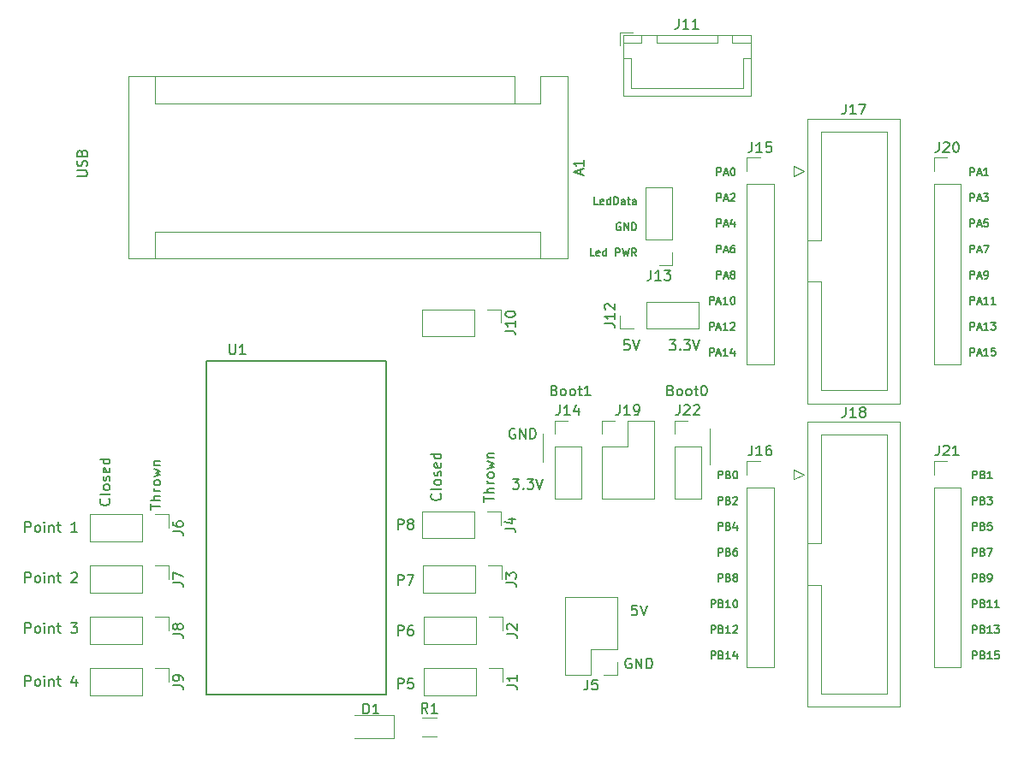
<source format=gbr>
G04 #@! TF.GenerationSoftware,KiCad,Pcbnew,5.1.9+dfsg1-1~bpo10+1*
G04 #@! TF.CreationDate,2021-10-27T12:52:50+00:00*
G04 #@! TF.ProjectId,Stm32F103Board,53746d33-3246-4313-9033-426f6172642e,rev?*
G04 #@! TF.SameCoordinates,Original*
G04 #@! TF.FileFunction,Legend,Top*
G04 #@! TF.FilePolarity,Positive*
%FSLAX46Y46*%
G04 Gerber Fmt 4.6, Leading zero omitted, Abs format (unit mm)*
G04 Created by KiCad (PCBNEW 5.1.9+dfsg1-1~bpo10+1) date 2021-10-27 12:52:50*
%MOMM*%
%LPD*%
G01*
G04 APERTURE LIST*
%ADD10C,0.150000*%
%ADD11C,0.120000*%
%ADD12C,0.127000*%
%ADD13O,1.700000X1.700000*%
%ADD14R,1.700000X1.700000*%
%ADD15C,1.879600*%
%ADD16C,2.700000*%
%ADD17C,1.700000*%
%ADD18O,1.700000X1.950000*%
%ADD19O,1.600000X1.600000*%
%ADD20R,1.600000X1.600000*%
G04 APERTURE END LIST*
D10*
X67188214Y-124952380D02*
X67188214Y-123952380D01*
X67569166Y-123952380D01*
X67664404Y-124000000D01*
X67712023Y-124047619D01*
X67759642Y-124142857D01*
X67759642Y-124285714D01*
X67712023Y-124380952D01*
X67664404Y-124428571D01*
X67569166Y-124476190D01*
X67188214Y-124476190D01*
X68616785Y-123952380D02*
X68426309Y-123952380D01*
X68331071Y-124000000D01*
X68283452Y-124047619D01*
X68188214Y-124190476D01*
X68140595Y-124380952D01*
X68140595Y-124761904D01*
X68188214Y-124857142D01*
X68235833Y-124904761D01*
X68331071Y-124952380D01*
X68521547Y-124952380D01*
X68616785Y-124904761D01*
X68664404Y-124857142D01*
X68712023Y-124761904D01*
X68712023Y-124523809D01*
X68664404Y-124428571D01*
X68616785Y-124380952D01*
X68521547Y-124333333D01*
X68331071Y-124333333D01*
X68235833Y-124380952D01*
X68188214Y-124428571D01*
X68140595Y-124523809D01*
X67188214Y-114452380D02*
X67188214Y-113452380D01*
X67569166Y-113452380D01*
X67664404Y-113500000D01*
X67712023Y-113547619D01*
X67759642Y-113642857D01*
X67759642Y-113785714D01*
X67712023Y-113880952D01*
X67664404Y-113928571D01*
X67569166Y-113976190D01*
X67188214Y-113976190D01*
X68331071Y-113880952D02*
X68235833Y-113833333D01*
X68188214Y-113785714D01*
X68140595Y-113690476D01*
X68140595Y-113642857D01*
X68188214Y-113547619D01*
X68235833Y-113500000D01*
X68331071Y-113452380D01*
X68521547Y-113452380D01*
X68616785Y-113500000D01*
X68664404Y-113547619D01*
X68712023Y-113642857D01*
X68712023Y-113690476D01*
X68664404Y-113785714D01*
X68616785Y-113833333D01*
X68521547Y-113880952D01*
X68331071Y-113880952D01*
X68235833Y-113928571D01*
X68188214Y-113976190D01*
X68140595Y-114071428D01*
X68140595Y-114261904D01*
X68188214Y-114357142D01*
X68235833Y-114404761D01*
X68331071Y-114452380D01*
X68521547Y-114452380D01*
X68616785Y-114404761D01*
X68664404Y-114357142D01*
X68712023Y-114261904D01*
X68712023Y-114071428D01*
X68664404Y-113976190D01*
X68616785Y-113928571D01*
X68521547Y-113880952D01*
X67188214Y-130202380D02*
X67188214Y-129202380D01*
X67569166Y-129202380D01*
X67664404Y-129250000D01*
X67712023Y-129297619D01*
X67759642Y-129392857D01*
X67759642Y-129535714D01*
X67712023Y-129630952D01*
X67664404Y-129678571D01*
X67569166Y-129726190D01*
X67188214Y-129726190D01*
X68664404Y-129202380D02*
X68188214Y-129202380D01*
X68140595Y-129678571D01*
X68188214Y-129630952D01*
X68283452Y-129583333D01*
X68521547Y-129583333D01*
X68616785Y-129630952D01*
X68664404Y-129678571D01*
X68712023Y-129773809D01*
X68712023Y-130011904D01*
X68664404Y-130107142D01*
X68616785Y-130154761D01*
X68521547Y-130202380D01*
X68283452Y-130202380D01*
X68188214Y-130154761D01*
X68140595Y-130107142D01*
X67188214Y-119952380D02*
X67188214Y-118952380D01*
X67569166Y-118952380D01*
X67664404Y-119000000D01*
X67712023Y-119047619D01*
X67759642Y-119142857D01*
X67759642Y-119285714D01*
X67712023Y-119380952D01*
X67664404Y-119428571D01*
X67569166Y-119476190D01*
X67188214Y-119476190D01*
X68092976Y-118952380D02*
X68759642Y-118952380D01*
X68331071Y-119952380D01*
X30319166Y-129952380D02*
X30319166Y-128952380D01*
X30700119Y-128952380D01*
X30795357Y-129000000D01*
X30842976Y-129047619D01*
X30890595Y-129142857D01*
X30890595Y-129285714D01*
X30842976Y-129380952D01*
X30795357Y-129428571D01*
X30700119Y-129476190D01*
X30319166Y-129476190D01*
X31462023Y-129952380D02*
X31366785Y-129904761D01*
X31319166Y-129857142D01*
X31271547Y-129761904D01*
X31271547Y-129476190D01*
X31319166Y-129380952D01*
X31366785Y-129333333D01*
X31462023Y-129285714D01*
X31604880Y-129285714D01*
X31700119Y-129333333D01*
X31747738Y-129380952D01*
X31795357Y-129476190D01*
X31795357Y-129761904D01*
X31747738Y-129857142D01*
X31700119Y-129904761D01*
X31604880Y-129952380D01*
X31462023Y-129952380D01*
X32223928Y-129952380D02*
X32223928Y-129285714D01*
X32223928Y-128952380D02*
X32176309Y-129000000D01*
X32223928Y-129047619D01*
X32271547Y-129000000D01*
X32223928Y-128952380D01*
X32223928Y-129047619D01*
X32700119Y-129285714D02*
X32700119Y-129952380D01*
X32700119Y-129380952D02*
X32747738Y-129333333D01*
X32842976Y-129285714D01*
X32985833Y-129285714D01*
X33081071Y-129333333D01*
X33128690Y-129428571D01*
X33128690Y-129952380D01*
X33462023Y-129285714D02*
X33842976Y-129285714D01*
X33604880Y-128952380D02*
X33604880Y-129809523D01*
X33652500Y-129904761D01*
X33747738Y-129952380D01*
X33842976Y-129952380D01*
X35366785Y-129285714D02*
X35366785Y-129952380D01*
X35128690Y-128904761D02*
X34890595Y-129619047D01*
X35509642Y-129619047D01*
X30319166Y-124702380D02*
X30319166Y-123702380D01*
X30700119Y-123702380D01*
X30795357Y-123750000D01*
X30842976Y-123797619D01*
X30890595Y-123892857D01*
X30890595Y-124035714D01*
X30842976Y-124130952D01*
X30795357Y-124178571D01*
X30700119Y-124226190D01*
X30319166Y-124226190D01*
X31462023Y-124702380D02*
X31366785Y-124654761D01*
X31319166Y-124607142D01*
X31271547Y-124511904D01*
X31271547Y-124226190D01*
X31319166Y-124130952D01*
X31366785Y-124083333D01*
X31462023Y-124035714D01*
X31604880Y-124035714D01*
X31700119Y-124083333D01*
X31747738Y-124130952D01*
X31795357Y-124226190D01*
X31795357Y-124511904D01*
X31747738Y-124607142D01*
X31700119Y-124654761D01*
X31604880Y-124702380D01*
X31462023Y-124702380D01*
X32223928Y-124702380D02*
X32223928Y-124035714D01*
X32223928Y-123702380D02*
X32176309Y-123750000D01*
X32223928Y-123797619D01*
X32271547Y-123750000D01*
X32223928Y-123702380D01*
X32223928Y-123797619D01*
X32700119Y-124035714D02*
X32700119Y-124702380D01*
X32700119Y-124130952D02*
X32747738Y-124083333D01*
X32842976Y-124035714D01*
X32985833Y-124035714D01*
X33081071Y-124083333D01*
X33128690Y-124178571D01*
X33128690Y-124702380D01*
X33462023Y-124035714D02*
X33842976Y-124035714D01*
X33604880Y-123702380D02*
X33604880Y-124559523D01*
X33652500Y-124654761D01*
X33747738Y-124702380D01*
X33842976Y-124702380D01*
X34842976Y-123702380D02*
X35462023Y-123702380D01*
X35128690Y-124083333D01*
X35271547Y-124083333D01*
X35366785Y-124130952D01*
X35414404Y-124178571D01*
X35462023Y-124273809D01*
X35462023Y-124511904D01*
X35414404Y-124607142D01*
X35366785Y-124654761D01*
X35271547Y-124702380D01*
X34985833Y-124702380D01*
X34890595Y-124654761D01*
X34842976Y-124607142D01*
X30319166Y-119702380D02*
X30319166Y-118702380D01*
X30700119Y-118702380D01*
X30795357Y-118750000D01*
X30842976Y-118797619D01*
X30890595Y-118892857D01*
X30890595Y-119035714D01*
X30842976Y-119130952D01*
X30795357Y-119178571D01*
X30700119Y-119226190D01*
X30319166Y-119226190D01*
X31462023Y-119702380D02*
X31366785Y-119654761D01*
X31319166Y-119607142D01*
X31271547Y-119511904D01*
X31271547Y-119226190D01*
X31319166Y-119130952D01*
X31366785Y-119083333D01*
X31462023Y-119035714D01*
X31604880Y-119035714D01*
X31700119Y-119083333D01*
X31747738Y-119130952D01*
X31795357Y-119226190D01*
X31795357Y-119511904D01*
X31747738Y-119607142D01*
X31700119Y-119654761D01*
X31604880Y-119702380D01*
X31462023Y-119702380D01*
X32223928Y-119702380D02*
X32223928Y-119035714D01*
X32223928Y-118702380D02*
X32176309Y-118750000D01*
X32223928Y-118797619D01*
X32271547Y-118750000D01*
X32223928Y-118702380D01*
X32223928Y-118797619D01*
X32700119Y-119035714D02*
X32700119Y-119702380D01*
X32700119Y-119130952D02*
X32747738Y-119083333D01*
X32842976Y-119035714D01*
X32985833Y-119035714D01*
X33081071Y-119083333D01*
X33128690Y-119178571D01*
X33128690Y-119702380D01*
X33462023Y-119035714D02*
X33842976Y-119035714D01*
X33604880Y-118702380D02*
X33604880Y-119559523D01*
X33652500Y-119654761D01*
X33747738Y-119702380D01*
X33842976Y-119702380D01*
X34890595Y-118797619D02*
X34938214Y-118750000D01*
X35033452Y-118702380D01*
X35271547Y-118702380D01*
X35366785Y-118750000D01*
X35414404Y-118797619D01*
X35462023Y-118892857D01*
X35462023Y-118988095D01*
X35414404Y-119130952D01*
X34842976Y-119702380D01*
X35462023Y-119702380D01*
X30319166Y-114702380D02*
X30319166Y-113702380D01*
X30700119Y-113702380D01*
X30795357Y-113750000D01*
X30842976Y-113797619D01*
X30890595Y-113892857D01*
X30890595Y-114035714D01*
X30842976Y-114130952D01*
X30795357Y-114178571D01*
X30700119Y-114226190D01*
X30319166Y-114226190D01*
X31462023Y-114702380D02*
X31366785Y-114654761D01*
X31319166Y-114607142D01*
X31271547Y-114511904D01*
X31271547Y-114226190D01*
X31319166Y-114130952D01*
X31366785Y-114083333D01*
X31462023Y-114035714D01*
X31604880Y-114035714D01*
X31700119Y-114083333D01*
X31747738Y-114130952D01*
X31795357Y-114226190D01*
X31795357Y-114511904D01*
X31747738Y-114607142D01*
X31700119Y-114654761D01*
X31604880Y-114702380D01*
X31462023Y-114702380D01*
X32223928Y-114702380D02*
X32223928Y-114035714D01*
X32223928Y-113702380D02*
X32176309Y-113750000D01*
X32223928Y-113797619D01*
X32271547Y-113750000D01*
X32223928Y-113702380D01*
X32223928Y-113797619D01*
X32700119Y-114035714D02*
X32700119Y-114702380D01*
X32700119Y-114130952D02*
X32747738Y-114083333D01*
X32842976Y-114035714D01*
X32985833Y-114035714D01*
X33081071Y-114083333D01*
X33128690Y-114178571D01*
X33128690Y-114702380D01*
X33462023Y-114035714D02*
X33842976Y-114035714D01*
X33604880Y-113702380D02*
X33604880Y-114559523D01*
X33652500Y-114654761D01*
X33747738Y-114702380D01*
X33842976Y-114702380D01*
X35462023Y-114702380D02*
X34890595Y-114702380D01*
X35176309Y-114702380D02*
X35176309Y-113702380D01*
X35081071Y-113845238D01*
X34985833Y-113940476D01*
X34890595Y-113988095D01*
X71357142Y-110940476D02*
X71404761Y-110988095D01*
X71452380Y-111130952D01*
X71452380Y-111226190D01*
X71404761Y-111369047D01*
X71309523Y-111464285D01*
X71214285Y-111511904D01*
X71023809Y-111559523D01*
X70880952Y-111559523D01*
X70690476Y-111511904D01*
X70595238Y-111464285D01*
X70500000Y-111369047D01*
X70452380Y-111226190D01*
X70452380Y-111130952D01*
X70500000Y-110988095D01*
X70547619Y-110940476D01*
X71452380Y-110369047D02*
X71404761Y-110464285D01*
X71309523Y-110511904D01*
X70452380Y-110511904D01*
X71452380Y-109845238D02*
X71404761Y-109940476D01*
X71357142Y-109988095D01*
X71261904Y-110035714D01*
X70976190Y-110035714D01*
X70880952Y-109988095D01*
X70833333Y-109940476D01*
X70785714Y-109845238D01*
X70785714Y-109702380D01*
X70833333Y-109607142D01*
X70880952Y-109559523D01*
X70976190Y-109511904D01*
X71261904Y-109511904D01*
X71357142Y-109559523D01*
X71404761Y-109607142D01*
X71452380Y-109702380D01*
X71452380Y-109845238D01*
X71404761Y-109130952D02*
X71452380Y-109035714D01*
X71452380Y-108845238D01*
X71404761Y-108750000D01*
X71309523Y-108702380D01*
X71261904Y-108702380D01*
X71166666Y-108750000D01*
X71119047Y-108845238D01*
X71119047Y-108988095D01*
X71071428Y-109083333D01*
X70976190Y-109130952D01*
X70928571Y-109130952D01*
X70833333Y-109083333D01*
X70785714Y-108988095D01*
X70785714Y-108845238D01*
X70833333Y-108750000D01*
X71404761Y-107892857D02*
X71452380Y-107988095D01*
X71452380Y-108178571D01*
X71404761Y-108273809D01*
X71309523Y-108321428D01*
X70928571Y-108321428D01*
X70833333Y-108273809D01*
X70785714Y-108178571D01*
X70785714Y-107988095D01*
X70833333Y-107892857D01*
X70928571Y-107845238D01*
X71023809Y-107845238D01*
X71119047Y-108321428D01*
X71452380Y-106988095D02*
X70452380Y-106988095D01*
X71404761Y-106988095D02*
X71452380Y-107083333D01*
X71452380Y-107273809D01*
X71404761Y-107369047D01*
X71357142Y-107416666D01*
X71261904Y-107464285D01*
X70976190Y-107464285D01*
X70880952Y-107416666D01*
X70833333Y-107369047D01*
X70785714Y-107273809D01*
X70785714Y-107083333D01*
X70833333Y-106988095D01*
X75702380Y-111726190D02*
X75702380Y-111154761D01*
X76702380Y-111440476D02*
X75702380Y-111440476D01*
X76702380Y-110821428D02*
X75702380Y-110821428D01*
X76702380Y-110392857D02*
X76178571Y-110392857D01*
X76083333Y-110440476D01*
X76035714Y-110535714D01*
X76035714Y-110678571D01*
X76083333Y-110773809D01*
X76130952Y-110821428D01*
X76702380Y-109916666D02*
X76035714Y-109916666D01*
X76226190Y-109916666D02*
X76130952Y-109869047D01*
X76083333Y-109821428D01*
X76035714Y-109726190D01*
X76035714Y-109630952D01*
X76702380Y-109154761D02*
X76654761Y-109250000D01*
X76607142Y-109297619D01*
X76511904Y-109345238D01*
X76226190Y-109345238D01*
X76130952Y-109297619D01*
X76083333Y-109250000D01*
X76035714Y-109154761D01*
X76035714Y-109011904D01*
X76083333Y-108916666D01*
X76130952Y-108869047D01*
X76226190Y-108821428D01*
X76511904Y-108821428D01*
X76607142Y-108869047D01*
X76654761Y-108916666D01*
X76702380Y-109011904D01*
X76702380Y-109154761D01*
X76035714Y-108488095D02*
X76702380Y-108297619D01*
X76226190Y-108107142D01*
X76702380Y-107916666D01*
X76035714Y-107726190D01*
X76035714Y-107345238D02*
X76702380Y-107345238D01*
X76130952Y-107345238D02*
X76083333Y-107297619D01*
X76035714Y-107202380D01*
X76035714Y-107059523D01*
X76083333Y-106964285D01*
X76178571Y-106916666D01*
X76702380Y-106916666D01*
X42702380Y-112476190D02*
X42702380Y-111904761D01*
X43702380Y-112190476D02*
X42702380Y-112190476D01*
X43702380Y-111571428D02*
X42702380Y-111571428D01*
X43702380Y-111142857D02*
X43178571Y-111142857D01*
X43083333Y-111190476D01*
X43035714Y-111285714D01*
X43035714Y-111428571D01*
X43083333Y-111523809D01*
X43130952Y-111571428D01*
X43702380Y-110666666D02*
X43035714Y-110666666D01*
X43226190Y-110666666D02*
X43130952Y-110619047D01*
X43083333Y-110571428D01*
X43035714Y-110476190D01*
X43035714Y-110380952D01*
X43702380Y-109904761D02*
X43654761Y-110000000D01*
X43607142Y-110047619D01*
X43511904Y-110095238D01*
X43226190Y-110095238D01*
X43130952Y-110047619D01*
X43083333Y-110000000D01*
X43035714Y-109904761D01*
X43035714Y-109761904D01*
X43083333Y-109666666D01*
X43130952Y-109619047D01*
X43226190Y-109571428D01*
X43511904Y-109571428D01*
X43607142Y-109619047D01*
X43654761Y-109666666D01*
X43702380Y-109761904D01*
X43702380Y-109904761D01*
X43035714Y-109238095D02*
X43702380Y-109047619D01*
X43226190Y-108857142D01*
X43702380Y-108666666D01*
X43035714Y-108476190D01*
X43035714Y-108095238D02*
X43702380Y-108095238D01*
X43130952Y-108095238D02*
X43083333Y-108047619D01*
X43035714Y-107952380D01*
X43035714Y-107809523D01*
X43083333Y-107714285D01*
X43178571Y-107666666D01*
X43702380Y-107666666D01*
X38607142Y-111440476D02*
X38654761Y-111488095D01*
X38702380Y-111630952D01*
X38702380Y-111726190D01*
X38654761Y-111869047D01*
X38559523Y-111964285D01*
X38464285Y-112011904D01*
X38273809Y-112059523D01*
X38130952Y-112059523D01*
X37940476Y-112011904D01*
X37845238Y-111964285D01*
X37750000Y-111869047D01*
X37702380Y-111726190D01*
X37702380Y-111630952D01*
X37750000Y-111488095D01*
X37797619Y-111440476D01*
X38702380Y-110869047D02*
X38654761Y-110964285D01*
X38559523Y-111011904D01*
X37702380Y-111011904D01*
X38702380Y-110345238D02*
X38654761Y-110440476D01*
X38607142Y-110488095D01*
X38511904Y-110535714D01*
X38226190Y-110535714D01*
X38130952Y-110488095D01*
X38083333Y-110440476D01*
X38035714Y-110345238D01*
X38035714Y-110202380D01*
X38083333Y-110107142D01*
X38130952Y-110059523D01*
X38226190Y-110011904D01*
X38511904Y-110011904D01*
X38607142Y-110059523D01*
X38654761Y-110107142D01*
X38702380Y-110202380D01*
X38702380Y-110345238D01*
X38654761Y-109630952D02*
X38702380Y-109535714D01*
X38702380Y-109345238D01*
X38654761Y-109250000D01*
X38559523Y-109202380D01*
X38511904Y-109202380D01*
X38416666Y-109250000D01*
X38369047Y-109345238D01*
X38369047Y-109488095D01*
X38321428Y-109583333D01*
X38226190Y-109630952D01*
X38178571Y-109630952D01*
X38083333Y-109583333D01*
X38035714Y-109488095D01*
X38035714Y-109345238D01*
X38083333Y-109250000D01*
X38654761Y-108392857D02*
X38702380Y-108488095D01*
X38702380Y-108678571D01*
X38654761Y-108773809D01*
X38559523Y-108821428D01*
X38178571Y-108821428D01*
X38083333Y-108773809D01*
X38035714Y-108678571D01*
X38035714Y-108488095D01*
X38083333Y-108392857D01*
X38178571Y-108345238D01*
X38273809Y-108345238D01*
X38369047Y-108821428D01*
X38702380Y-107488095D02*
X37702380Y-107488095D01*
X38654761Y-107488095D02*
X38702380Y-107583333D01*
X38702380Y-107773809D01*
X38654761Y-107869047D01*
X38607142Y-107916666D01*
X38511904Y-107964285D01*
X38226190Y-107964285D01*
X38130952Y-107916666D01*
X38083333Y-107869047D01*
X38035714Y-107773809D01*
X38035714Y-107583333D01*
X38083333Y-107488095D01*
X35452380Y-79511904D02*
X36261904Y-79511904D01*
X36357142Y-79464285D01*
X36404761Y-79416666D01*
X36452380Y-79321428D01*
X36452380Y-79130952D01*
X36404761Y-79035714D01*
X36357142Y-78988095D01*
X36261904Y-78940476D01*
X35452380Y-78940476D01*
X36404761Y-78511904D02*
X36452380Y-78369047D01*
X36452380Y-78130952D01*
X36404761Y-78035714D01*
X36357142Y-77988095D01*
X36261904Y-77940476D01*
X36166666Y-77940476D01*
X36071428Y-77988095D01*
X36023809Y-78035714D01*
X35976190Y-78130952D01*
X35928571Y-78321428D01*
X35880952Y-78416666D01*
X35833333Y-78464285D01*
X35738095Y-78511904D01*
X35642857Y-78511904D01*
X35547619Y-78464285D01*
X35500000Y-78416666D01*
X35452380Y-78321428D01*
X35452380Y-78083333D01*
X35500000Y-77940476D01*
X35928571Y-77178571D02*
X35976190Y-77035714D01*
X36023809Y-76988095D01*
X36119047Y-76940476D01*
X36261904Y-76940476D01*
X36357142Y-76988095D01*
X36404761Y-77035714D01*
X36452380Y-77130952D01*
X36452380Y-77511904D01*
X35452380Y-77511904D01*
X35452380Y-77178571D01*
X35500000Y-77083333D01*
X35547619Y-77035714D01*
X35642857Y-76988095D01*
X35738095Y-76988095D01*
X35833333Y-77035714D01*
X35880952Y-77083333D01*
X35928571Y-77178571D01*
X35928571Y-77511904D01*
X94023809Y-95702380D02*
X94642857Y-95702380D01*
X94309523Y-96083333D01*
X94452380Y-96083333D01*
X94547619Y-96130952D01*
X94595238Y-96178571D01*
X94642857Y-96273809D01*
X94642857Y-96511904D01*
X94595238Y-96607142D01*
X94547619Y-96654761D01*
X94452380Y-96702380D01*
X94166666Y-96702380D01*
X94071428Y-96654761D01*
X94023809Y-96607142D01*
X95071428Y-96607142D02*
X95119047Y-96654761D01*
X95071428Y-96702380D01*
X95023809Y-96654761D01*
X95071428Y-96607142D01*
X95071428Y-96702380D01*
X95452380Y-95702380D02*
X96071428Y-95702380D01*
X95738095Y-96083333D01*
X95880952Y-96083333D01*
X95976190Y-96130952D01*
X96023809Y-96178571D01*
X96071428Y-96273809D01*
X96071428Y-96511904D01*
X96023809Y-96607142D01*
X95976190Y-96654761D01*
X95880952Y-96702380D01*
X95595238Y-96702380D01*
X95500000Y-96654761D01*
X95452380Y-96607142D01*
X96357142Y-95702380D02*
X96690476Y-96702380D01*
X97023809Y-95702380D01*
X90059523Y-95702380D02*
X89583333Y-95702380D01*
X89535714Y-96178571D01*
X89583333Y-96130952D01*
X89678571Y-96083333D01*
X89916666Y-96083333D01*
X90011904Y-96130952D01*
X90059523Y-96178571D01*
X90107142Y-96273809D01*
X90107142Y-96511904D01*
X90059523Y-96607142D01*
X90011904Y-96654761D01*
X89916666Y-96702380D01*
X89678571Y-96702380D01*
X89583333Y-96654761D01*
X89535714Y-96607142D01*
X90392857Y-95702380D02*
X90726190Y-96702380D01*
X91059523Y-95702380D01*
X86973928Y-82289285D02*
X86616785Y-82289285D01*
X86616785Y-81539285D01*
X87509642Y-82253571D02*
X87438214Y-82289285D01*
X87295357Y-82289285D01*
X87223928Y-82253571D01*
X87188214Y-82182142D01*
X87188214Y-81896428D01*
X87223928Y-81825000D01*
X87295357Y-81789285D01*
X87438214Y-81789285D01*
X87509642Y-81825000D01*
X87545357Y-81896428D01*
X87545357Y-81967857D01*
X87188214Y-82039285D01*
X88188214Y-82289285D02*
X88188214Y-81539285D01*
X88188214Y-82253571D02*
X88116785Y-82289285D01*
X87973928Y-82289285D01*
X87902500Y-82253571D01*
X87866785Y-82217857D01*
X87831071Y-82146428D01*
X87831071Y-81932142D01*
X87866785Y-81860714D01*
X87902500Y-81825000D01*
X87973928Y-81789285D01*
X88116785Y-81789285D01*
X88188214Y-81825000D01*
X88545357Y-82289285D02*
X88545357Y-81539285D01*
X88723928Y-81539285D01*
X88831071Y-81575000D01*
X88902500Y-81646428D01*
X88938214Y-81717857D01*
X88973928Y-81860714D01*
X88973928Y-81967857D01*
X88938214Y-82110714D01*
X88902500Y-82182142D01*
X88831071Y-82253571D01*
X88723928Y-82289285D01*
X88545357Y-82289285D01*
X89616785Y-82289285D02*
X89616785Y-81896428D01*
X89581071Y-81825000D01*
X89509642Y-81789285D01*
X89366785Y-81789285D01*
X89295357Y-81825000D01*
X89616785Y-82253571D02*
X89545357Y-82289285D01*
X89366785Y-82289285D01*
X89295357Y-82253571D01*
X89259642Y-82182142D01*
X89259642Y-82110714D01*
X89295357Y-82039285D01*
X89366785Y-82003571D01*
X89545357Y-82003571D01*
X89616785Y-81967857D01*
X89866785Y-81789285D02*
X90152500Y-81789285D01*
X89973928Y-81539285D02*
X89973928Y-82182142D01*
X90009642Y-82253571D01*
X90081071Y-82289285D01*
X90152500Y-82289285D01*
X90723928Y-82289285D02*
X90723928Y-81896428D01*
X90688214Y-81825000D01*
X90616785Y-81789285D01*
X90473928Y-81789285D01*
X90402500Y-81825000D01*
X90723928Y-82253571D02*
X90652500Y-82289285D01*
X90473928Y-82289285D01*
X90402500Y-82253571D01*
X90366785Y-82182142D01*
X90366785Y-82110714D01*
X90402500Y-82039285D01*
X90473928Y-82003571D01*
X90652500Y-82003571D01*
X90723928Y-81967857D01*
X89188214Y-84125000D02*
X89116785Y-84089285D01*
X89009642Y-84089285D01*
X88902500Y-84125000D01*
X88831071Y-84196428D01*
X88795357Y-84267857D01*
X88759642Y-84410714D01*
X88759642Y-84517857D01*
X88795357Y-84660714D01*
X88831071Y-84732142D01*
X88902500Y-84803571D01*
X89009642Y-84839285D01*
X89081071Y-84839285D01*
X89188214Y-84803571D01*
X89223928Y-84767857D01*
X89223928Y-84517857D01*
X89081071Y-84517857D01*
X89545357Y-84839285D02*
X89545357Y-84089285D01*
X89973928Y-84839285D01*
X89973928Y-84089285D01*
X90331071Y-84839285D02*
X90331071Y-84089285D01*
X90509642Y-84089285D01*
X90616785Y-84125000D01*
X90688214Y-84196428D01*
X90723928Y-84267857D01*
X90759642Y-84410714D01*
X90759642Y-84517857D01*
X90723928Y-84660714D01*
X90688214Y-84732142D01*
X90616785Y-84803571D01*
X90509642Y-84839285D01*
X90331071Y-84839285D01*
X86581071Y-87389285D02*
X86223928Y-87389285D01*
X86223928Y-86639285D01*
X87116785Y-87353571D02*
X87045357Y-87389285D01*
X86902500Y-87389285D01*
X86831071Y-87353571D01*
X86795357Y-87282142D01*
X86795357Y-86996428D01*
X86831071Y-86925000D01*
X86902500Y-86889285D01*
X87045357Y-86889285D01*
X87116785Y-86925000D01*
X87152500Y-86996428D01*
X87152500Y-87067857D01*
X86795357Y-87139285D01*
X87795357Y-87389285D02*
X87795357Y-86639285D01*
X87795357Y-87353571D02*
X87723928Y-87389285D01*
X87581071Y-87389285D01*
X87509642Y-87353571D01*
X87473928Y-87317857D01*
X87438214Y-87246428D01*
X87438214Y-87032142D01*
X87473928Y-86960714D01*
X87509642Y-86925000D01*
X87581071Y-86889285D01*
X87723928Y-86889285D01*
X87795357Y-86925000D01*
X88723928Y-87389285D02*
X88723928Y-86639285D01*
X89009642Y-86639285D01*
X89081071Y-86675000D01*
X89116785Y-86710714D01*
X89152500Y-86782142D01*
X89152500Y-86889285D01*
X89116785Y-86960714D01*
X89081071Y-86996428D01*
X89009642Y-87032142D01*
X88723928Y-87032142D01*
X89402500Y-86639285D02*
X89581071Y-87389285D01*
X89723928Y-86853571D01*
X89866785Y-87389285D01*
X90045357Y-86639285D01*
X90759642Y-87389285D02*
X90509642Y-87032142D01*
X90331071Y-87389285D02*
X90331071Y-86639285D01*
X90616785Y-86639285D01*
X90688214Y-86675000D01*
X90723928Y-86710714D01*
X90759642Y-86782142D01*
X90759642Y-86889285D01*
X90723928Y-86960714D01*
X90688214Y-86996428D01*
X90616785Y-87032142D01*
X90331071Y-87032142D01*
X90809523Y-121952380D02*
X90333333Y-121952380D01*
X90285714Y-122428571D01*
X90333333Y-122380952D01*
X90428571Y-122333333D01*
X90666666Y-122333333D01*
X90761904Y-122380952D01*
X90809523Y-122428571D01*
X90857142Y-122523809D01*
X90857142Y-122761904D01*
X90809523Y-122857142D01*
X90761904Y-122904761D01*
X90666666Y-122952380D01*
X90428571Y-122952380D01*
X90333333Y-122904761D01*
X90285714Y-122857142D01*
X91142857Y-121952380D02*
X91476190Y-122952380D01*
X91809523Y-121952380D01*
X90238095Y-127250000D02*
X90142857Y-127202380D01*
X90000000Y-127202380D01*
X89857142Y-127250000D01*
X89761904Y-127345238D01*
X89714285Y-127440476D01*
X89666666Y-127630952D01*
X89666666Y-127773809D01*
X89714285Y-127964285D01*
X89761904Y-128059523D01*
X89857142Y-128154761D01*
X90000000Y-128202380D01*
X90095238Y-128202380D01*
X90238095Y-128154761D01*
X90285714Y-128107142D01*
X90285714Y-127773809D01*
X90095238Y-127773809D01*
X90714285Y-128202380D02*
X90714285Y-127202380D01*
X91285714Y-128202380D01*
X91285714Y-127202380D01*
X91761904Y-128202380D02*
X91761904Y-127202380D01*
X92000000Y-127202380D01*
X92142857Y-127250000D01*
X92238095Y-127345238D01*
X92285714Y-127440476D01*
X92333333Y-127630952D01*
X92333333Y-127773809D01*
X92285714Y-127964285D01*
X92238095Y-128059523D01*
X92142857Y-128154761D01*
X92000000Y-128202380D01*
X91761904Y-128202380D01*
X78523809Y-109452380D02*
X79142857Y-109452380D01*
X78809523Y-109833333D01*
X78952380Y-109833333D01*
X79047619Y-109880952D01*
X79095238Y-109928571D01*
X79142857Y-110023809D01*
X79142857Y-110261904D01*
X79095238Y-110357142D01*
X79047619Y-110404761D01*
X78952380Y-110452380D01*
X78666666Y-110452380D01*
X78571428Y-110404761D01*
X78523809Y-110357142D01*
X79571428Y-110357142D02*
X79619047Y-110404761D01*
X79571428Y-110452380D01*
X79523809Y-110404761D01*
X79571428Y-110357142D01*
X79571428Y-110452380D01*
X79952380Y-109452380D02*
X80571428Y-109452380D01*
X80238095Y-109833333D01*
X80380952Y-109833333D01*
X80476190Y-109880952D01*
X80523809Y-109928571D01*
X80571428Y-110023809D01*
X80571428Y-110261904D01*
X80523809Y-110357142D01*
X80476190Y-110404761D01*
X80380952Y-110452380D01*
X80095238Y-110452380D01*
X80000000Y-110404761D01*
X79952380Y-110357142D01*
X80857142Y-109452380D02*
X81190476Y-110452380D01*
X81523809Y-109452380D01*
X78738095Y-104500000D02*
X78642857Y-104452380D01*
X78500000Y-104452380D01*
X78357142Y-104500000D01*
X78261904Y-104595238D01*
X78214285Y-104690476D01*
X78166666Y-104880952D01*
X78166666Y-105023809D01*
X78214285Y-105214285D01*
X78261904Y-105309523D01*
X78357142Y-105404761D01*
X78500000Y-105452380D01*
X78595238Y-105452380D01*
X78738095Y-105404761D01*
X78785714Y-105357142D01*
X78785714Y-105023809D01*
X78595238Y-105023809D01*
X79214285Y-105452380D02*
X79214285Y-104452380D01*
X79785714Y-105452380D01*
X79785714Y-104452380D01*
X80261904Y-105452380D02*
X80261904Y-104452380D01*
X80500000Y-104452380D01*
X80642857Y-104500000D01*
X80738095Y-104595238D01*
X80785714Y-104690476D01*
X80833333Y-104880952D01*
X80833333Y-105023809D01*
X80785714Y-105214285D01*
X80738095Y-105309523D01*
X80642857Y-105404761D01*
X80500000Y-105452380D01*
X80261904Y-105452380D01*
D11*
X81500000Y-105000000D02*
X81500000Y-107750000D01*
X98000000Y-104500000D02*
X98000000Y-108000000D01*
D10*
X82654761Y-100678571D02*
X82797619Y-100726190D01*
X82845238Y-100773809D01*
X82892857Y-100869047D01*
X82892857Y-101011904D01*
X82845238Y-101107142D01*
X82797619Y-101154761D01*
X82702380Y-101202380D01*
X82321428Y-101202380D01*
X82321428Y-100202380D01*
X82654761Y-100202380D01*
X82750000Y-100250000D01*
X82797619Y-100297619D01*
X82845238Y-100392857D01*
X82845238Y-100488095D01*
X82797619Y-100583333D01*
X82750000Y-100630952D01*
X82654761Y-100678571D01*
X82321428Y-100678571D01*
X83464285Y-101202380D02*
X83369047Y-101154761D01*
X83321428Y-101107142D01*
X83273809Y-101011904D01*
X83273809Y-100726190D01*
X83321428Y-100630952D01*
X83369047Y-100583333D01*
X83464285Y-100535714D01*
X83607142Y-100535714D01*
X83702380Y-100583333D01*
X83750000Y-100630952D01*
X83797619Y-100726190D01*
X83797619Y-101011904D01*
X83750000Y-101107142D01*
X83702380Y-101154761D01*
X83607142Y-101202380D01*
X83464285Y-101202380D01*
X84369047Y-101202380D02*
X84273809Y-101154761D01*
X84226190Y-101107142D01*
X84178571Y-101011904D01*
X84178571Y-100726190D01*
X84226190Y-100630952D01*
X84273809Y-100583333D01*
X84369047Y-100535714D01*
X84511904Y-100535714D01*
X84607142Y-100583333D01*
X84654761Y-100630952D01*
X84702380Y-100726190D01*
X84702380Y-101011904D01*
X84654761Y-101107142D01*
X84607142Y-101154761D01*
X84511904Y-101202380D01*
X84369047Y-101202380D01*
X84988095Y-100535714D02*
X85369047Y-100535714D01*
X85130952Y-100202380D02*
X85130952Y-101059523D01*
X85178571Y-101154761D01*
X85273809Y-101202380D01*
X85369047Y-101202380D01*
X86226190Y-101202380D02*
X85654761Y-101202380D01*
X85940476Y-101202380D02*
X85940476Y-100202380D01*
X85845238Y-100345238D01*
X85750000Y-100440476D01*
X85654761Y-100488095D01*
X94154761Y-100678571D02*
X94297619Y-100726190D01*
X94345238Y-100773809D01*
X94392857Y-100869047D01*
X94392857Y-101011904D01*
X94345238Y-101107142D01*
X94297619Y-101154761D01*
X94202380Y-101202380D01*
X93821428Y-101202380D01*
X93821428Y-100202380D01*
X94154761Y-100202380D01*
X94250000Y-100250000D01*
X94297619Y-100297619D01*
X94345238Y-100392857D01*
X94345238Y-100488095D01*
X94297619Y-100583333D01*
X94250000Y-100630952D01*
X94154761Y-100678571D01*
X93821428Y-100678571D01*
X94964285Y-101202380D02*
X94869047Y-101154761D01*
X94821428Y-101107142D01*
X94773809Y-101011904D01*
X94773809Y-100726190D01*
X94821428Y-100630952D01*
X94869047Y-100583333D01*
X94964285Y-100535714D01*
X95107142Y-100535714D01*
X95202380Y-100583333D01*
X95250000Y-100630952D01*
X95297619Y-100726190D01*
X95297619Y-101011904D01*
X95250000Y-101107142D01*
X95202380Y-101154761D01*
X95107142Y-101202380D01*
X94964285Y-101202380D01*
X95869047Y-101202380D02*
X95773809Y-101154761D01*
X95726190Y-101107142D01*
X95678571Y-101011904D01*
X95678571Y-100726190D01*
X95726190Y-100630952D01*
X95773809Y-100583333D01*
X95869047Y-100535714D01*
X96011904Y-100535714D01*
X96107142Y-100583333D01*
X96154761Y-100630952D01*
X96202380Y-100726190D01*
X96202380Y-101011904D01*
X96154761Y-101107142D01*
X96107142Y-101154761D01*
X96011904Y-101202380D01*
X95869047Y-101202380D01*
X96488095Y-100535714D02*
X96869047Y-100535714D01*
X96630952Y-100202380D02*
X96630952Y-101059523D01*
X96678571Y-101154761D01*
X96773809Y-101202380D01*
X96869047Y-101202380D01*
X97392857Y-100202380D02*
X97488095Y-100202380D01*
X97583333Y-100250000D01*
X97630952Y-100297619D01*
X97678571Y-100392857D01*
X97726190Y-100583333D01*
X97726190Y-100821428D01*
X97678571Y-101011904D01*
X97630952Y-101107142D01*
X97583333Y-101154761D01*
X97488095Y-101202380D01*
X97392857Y-101202380D01*
X97297619Y-101154761D01*
X97250000Y-101107142D01*
X97202380Y-101011904D01*
X97154761Y-100821428D01*
X97154761Y-100583333D01*
X97202380Y-100392857D01*
X97250000Y-100297619D01*
X97297619Y-100250000D01*
X97392857Y-100202380D01*
X98723928Y-79414285D02*
X98723928Y-78664285D01*
X99009642Y-78664285D01*
X99081071Y-78700000D01*
X99116785Y-78735714D01*
X99152500Y-78807142D01*
X99152500Y-78914285D01*
X99116785Y-78985714D01*
X99081071Y-79021428D01*
X99009642Y-79057142D01*
X98723928Y-79057142D01*
X99438214Y-79200000D02*
X99795357Y-79200000D01*
X99366785Y-79414285D02*
X99616785Y-78664285D01*
X99866785Y-79414285D01*
X100259642Y-78664285D02*
X100331071Y-78664285D01*
X100402500Y-78700000D01*
X100438214Y-78735714D01*
X100473928Y-78807142D01*
X100509642Y-78950000D01*
X100509642Y-79128571D01*
X100473928Y-79271428D01*
X100438214Y-79342857D01*
X100402500Y-79378571D01*
X100331071Y-79414285D01*
X100259642Y-79414285D01*
X100188214Y-79378571D01*
X100152500Y-79342857D01*
X100116785Y-79271428D01*
X100081071Y-79128571D01*
X100081071Y-78950000D01*
X100116785Y-78807142D01*
X100152500Y-78735714D01*
X100188214Y-78700000D01*
X100259642Y-78664285D01*
X98723928Y-81964285D02*
X98723928Y-81214285D01*
X99009642Y-81214285D01*
X99081071Y-81250000D01*
X99116785Y-81285714D01*
X99152500Y-81357142D01*
X99152500Y-81464285D01*
X99116785Y-81535714D01*
X99081071Y-81571428D01*
X99009642Y-81607142D01*
X98723928Y-81607142D01*
X99438214Y-81750000D02*
X99795357Y-81750000D01*
X99366785Y-81964285D02*
X99616785Y-81214285D01*
X99866785Y-81964285D01*
X100081071Y-81285714D02*
X100116785Y-81250000D01*
X100188214Y-81214285D01*
X100366785Y-81214285D01*
X100438214Y-81250000D01*
X100473928Y-81285714D01*
X100509642Y-81357142D01*
X100509642Y-81428571D01*
X100473928Y-81535714D01*
X100045357Y-81964285D01*
X100509642Y-81964285D01*
X98723928Y-84514285D02*
X98723928Y-83764285D01*
X99009642Y-83764285D01*
X99081071Y-83800000D01*
X99116785Y-83835714D01*
X99152500Y-83907142D01*
X99152500Y-84014285D01*
X99116785Y-84085714D01*
X99081071Y-84121428D01*
X99009642Y-84157142D01*
X98723928Y-84157142D01*
X99438214Y-84300000D02*
X99795357Y-84300000D01*
X99366785Y-84514285D02*
X99616785Y-83764285D01*
X99866785Y-84514285D01*
X100438214Y-84014285D02*
X100438214Y-84514285D01*
X100259642Y-83728571D02*
X100081071Y-84264285D01*
X100545357Y-84264285D01*
X98723928Y-87064285D02*
X98723928Y-86314285D01*
X99009642Y-86314285D01*
X99081071Y-86350000D01*
X99116785Y-86385714D01*
X99152500Y-86457142D01*
X99152500Y-86564285D01*
X99116785Y-86635714D01*
X99081071Y-86671428D01*
X99009642Y-86707142D01*
X98723928Y-86707142D01*
X99438214Y-86850000D02*
X99795357Y-86850000D01*
X99366785Y-87064285D02*
X99616785Y-86314285D01*
X99866785Y-87064285D01*
X100438214Y-86314285D02*
X100295357Y-86314285D01*
X100223928Y-86350000D01*
X100188214Y-86385714D01*
X100116785Y-86492857D01*
X100081071Y-86635714D01*
X100081071Y-86921428D01*
X100116785Y-86992857D01*
X100152500Y-87028571D01*
X100223928Y-87064285D01*
X100366785Y-87064285D01*
X100438214Y-87028571D01*
X100473928Y-86992857D01*
X100509642Y-86921428D01*
X100509642Y-86742857D01*
X100473928Y-86671428D01*
X100438214Y-86635714D01*
X100366785Y-86600000D01*
X100223928Y-86600000D01*
X100152500Y-86635714D01*
X100116785Y-86671428D01*
X100081071Y-86742857D01*
X98723928Y-89614285D02*
X98723928Y-88864285D01*
X99009642Y-88864285D01*
X99081071Y-88900000D01*
X99116785Y-88935714D01*
X99152500Y-89007142D01*
X99152500Y-89114285D01*
X99116785Y-89185714D01*
X99081071Y-89221428D01*
X99009642Y-89257142D01*
X98723928Y-89257142D01*
X99438214Y-89400000D02*
X99795357Y-89400000D01*
X99366785Y-89614285D02*
X99616785Y-88864285D01*
X99866785Y-89614285D01*
X100223928Y-89185714D02*
X100152500Y-89150000D01*
X100116785Y-89114285D01*
X100081071Y-89042857D01*
X100081071Y-89007142D01*
X100116785Y-88935714D01*
X100152500Y-88900000D01*
X100223928Y-88864285D01*
X100366785Y-88864285D01*
X100438214Y-88900000D01*
X100473928Y-88935714D01*
X100509642Y-89007142D01*
X100509642Y-89042857D01*
X100473928Y-89114285D01*
X100438214Y-89150000D01*
X100366785Y-89185714D01*
X100223928Y-89185714D01*
X100152500Y-89221428D01*
X100116785Y-89257142D01*
X100081071Y-89328571D01*
X100081071Y-89471428D01*
X100116785Y-89542857D01*
X100152500Y-89578571D01*
X100223928Y-89614285D01*
X100366785Y-89614285D01*
X100438214Y-89578571D01*
X100473928Y-89542857D01*
X100509642Y-89471428D01*
X100509642Y-89328571D01*
X100473928Y-89257142D01*
X100438214Y-89221428D01*
X100366785Y-89185714D01*
X98009642Y-92164285D02*
X98009642Y-91414285D01*
X98295357Y-91414285D01*
X98366785Y-91450000D01*
X98402500Y-91485714D01*
X98438214Y-91557142D01*
X98438214Y-91664285D01*
X98402500Y-91735714D01*
X98366785Y-91771428D01*
X98295357Y-91807142D01*
X98009642Y-91807142D01*
X98723928Y-91950000D02*
X99081071Y-91950000D01*
X98652500Y-92164285D02*
X98902500Y-91414285D01*
X99152500Y-92164285D01*
X99795357Y-92164285D02*
X99366785Y-92164285D01*
X99581071Y-92164285D02*
X99581071Y-91414285D01*
X99509642Y-91521428D01*
X99438214Y-91592857D01*
X99366785Y-91628571D01*
X100259642Y-91414285D02*
X100331071Y-91414285D01*
X100402500Y-91450000D01*
X100438214Y-91485714D01*
X100473928Y-91557142D01*
X100509642Y-91700000D01*
X100509642Y-91878571D01*
X100473928Y-92021428D01*
X100438214Y-92092857D01*
X100402500Y-92128571D01*
X100331071Y-92164285D01*
X100259642Y-92164285D01*
X100188214Y-92128571D01*
X100152500Y-92092857D01*
X100116785Y-92021428D01*
X100081071Y-91878571D01*
X100081071Y-91700000D01*
X100116785Y-91557142D01*
X100152500Y-91485714D01*
X100188214Y-91450000D01*
X100259642Y-91414285D01*
X98009642Y-94714285D02*
X98009642Y-93964285D01*
X98295357Y-93964285D01*
X98366785Y-94000000D01*
X98402500Y-94035714D01*
X98438214Y-94107142D01*
X98438214Y-94214285D01*
X98402500Y-94285714D01*
X98366785Y-94321428D01*
X98295357Y-94357142D01*
X98009642Y-94357142D01*
X98723928Y-94500000D02*
X99081071Y-94500000D01*
X98652500Y-94714285D02*
X98902500Y-93964285D01*
X99152500Y-94714285D01*
X99795357Y-94714285D02*
X99366785Y-94714285D01*
X99581071Y-94714285D02*
X99581071Y-93964285D01*
X99509642Y-94071428D01*
X99438214Y-94142857D01*
X99366785Y-94178571D01*
X100081071Y-94035714D02*
X100116785Y-94000000D01*
X100188214Y-93964285D01*
X100366785Y-93964285D01*
X100438214Y-94000000D01*
X100473928Y-94035714D01*
X100509642Y-94107142D01*
X100509642Y-94178571D01*
X100473928Y-94285714D01*
X100045357Y-94714285D01*
X100509642Y-94714285D01*
X98009642Y-97264285D02*
X98009642Y-96514285D01*
X98295357Y-96514285D01*
X98366785Y-96550000D01*
X98402500Y-96585714D01*
X98438214Y-96657142D01*
X98438214Y-96764285D01*
X98402500Y-96835714D01*
X98366785Y-96871428D01*
X98295357Y-96907142D01*
X98009642Y-96907142D01*
X98723928Y-97050000D02*
X99081071Y-97050000D01*
X98652500Y-97264285D02*
X98902500Y-96514285D01*
X99152500Y-97264285D01*
X99795357Y-97264285D02*
X99366785Y-97264285D01*
X99581071Y-97264285D02*
X99581071Y-96514285D01*
X99509642Y-96621428D01*
X99438214Y-96692857D01*
X99366785Y-96728571D01*
X100438214Y-96764285D02*
X100438214Y-97264285D01*
X100259642Y-96478571D02*
X100081071Y-97014285D01*
X100545357Y-97014285D01*
X123776071Y-79414285D02*
X123776071Y-78664285D01*
X124061785Y-78664285D01*
X124133214Y-78700000D01*
X124168928Y-78735714D01*
X124204642Y-78807142D01*
X124204642Y-78914285D01*
X124168928Y-78985714D01*
X124133214Y-79021428D01*
X124061785Y-79057142D01*
X123776071Y-79057142D01*
X124490357Y-79200000D02*
X124847500Y-79200000D01*
X124418928Y-79414285D02*
X124668928Y-78664285D01*
X124918928Y-79414285D01*
X125561785Y-79414285D02*
X125133214Y-79414285D01*
X125347500Y-79414285D02*
X125347500Y-78664285D01*
X125276071Y-78771428D01*
X125204642Y-78842857D01*
X125133214Y-78878571D01*
X123776071Y-81964285D02*
X123776071Y-81214285D01*
X124061785Y-81214285D01*
X124133214Y-81250000D01*
X124168928Y-81285714D01*
X124204642Y-81357142D01*
X124204642Y-81464285D01*
X124168928Y-81535714D01*
X124133214Y-81571428D01*
X124061785Y-81607142D01*
X123776071Y-81607142D01*
X124490357Y-81750000D02*
X124847500Y-81750000D01*
X124418928Y-81964285D02*
X124668928Y-81214285D01*
X124918928Y-81964285D01*
X125097500Y-81214285D02*
X125561785Y-81214285D01*
X125311785Y-81500000D01*
X125418928Y-81500000D01*
X125490357Y-81535714D01*
X125526071Y-81571428D01*
X125561785Y-81642857D01*
X125561785Y-81821428D01*
X125526071Y-81892857D01*
X125490357Y-81928571D01*
X125418928Y-81964285D01*
X125204642Y-81964285D01*
X125133214Y-81928571D01*
X125097500Y-81892857D01*
X123776071Y-84514285D02*
X123776071Y-83764285D01*
X124061785Y-83764285D01*
X124133214Y-83800000D01*
X124168928Y-83835714D01*
X124204642Y-83907142D01*
X124204642Y-84014285D01*
X124168928Y-84085714D01*
X124133214Y-84121428D01*
X124061785Y-84157142D01*
X123776071Y-84157142D01*
X124490357Y-84300000D02*
X124847500Y-84300000D01*
X124418928Y-84514285D02*
X124668928Y-83764285D01*
X124918928Y-84514285D01*
X125526071Y-83764285D02*
X125168928Y-83764285D01*
X125133214Y-84121428D01*
X125168928Y-84085714D01*
X125240357Y-84050000D01*
X125418928Y-84050000D01*
X125490357Y-84085714D01*
X125526071Y-84121428D01*
X125561785Y-84192857D01*
X125561785Y-84371428D01*
X125526071Y-84442857D01*
X125490357Y-84478571D01*
X125418928Y-84514285D01*
X125240357Y-84514285D01*
X125168928Y-84478571D01*
X125133214Y-84442857D01*
X123776071Y-87064285D02*
X123776071Y-86314285D01*
X124061785Y-86314285D01*
X124133214Y-86350000D01*
X124168928Y-86385714D01*
X124204642Y-86457142D01*
X124204642Y-86564285D01*
X124168928Y-86635714D01*
X124133214Y-86671428D01*
X124061785Y-86707142D01*
X123776071Y-86707142D01*
X124490357Y-86850000D02*
X124847500Y-86850000D01*
X124418928Y-87064285D02*
X124668928Y-86314285D01*
X124918928Y-87064285D01*
X125097500Y-86314285D02*
X125597500Y-86314285D01*
X125276071Y-87064285D01*
X123776071Y-89614285D02*
X123776071Y-88864285D01*
X124061785Y-88864285D01*
X124133214Y-88900000D01*
X124168928Y-88935714D01*
X124204642Y-89007142D01*
X124204642Y-89114285D01*
X124168928Y-89185714D01*
X124133214Y-89221428D01*
X124061785Y-89257142D01*
X123776071Y-89257142D01*
X124490357Y-89400000D02*
X124847500Y-89400000D01*
X124418928Y-89614285D02*
X124668928Y-88864285D01*
X124918928Y-89614285D01*
X125204642Y-89614285D02*
X125347500Y-89614285D01*
X125418928Y-89578571D01*
X125454642Y-89542857D01*
X125526071Y-89435714D01*
X125561785Y-89292857D01*
X125561785Y-89007142D01*
X125526071Y-88935714D01*
X125490357Y-88900000D01*
X125418928Y-88864285D01*
X125276071Y-88864285D01*
X125204642Y-88900000D01*
X125168928Y-88935714D01*
X125133214Y-89007142D01*
X125133214Y-89185714D01*
X125168928Y-89257142D01*
X125204642Y-89292857D01*
X125276071Y-89328571D01*
X125418928Y-89328571D01*
X125490357Y-89292857D01*
X125526071Y-89257142D01*
X125561785Y-89185714D01*
X123776071Y-92164285D02*
X123776071Y-91414285D01*
X124061785Y-91414285D01*
X124133214Y-91450000D01*
X124168928Y-91485714D01*
X124204642Y-91557142D01*
X124204642Y-91664285D01*
X124168928Y-91735714D01*
X124133214Y-91771428D01*
X124061785Y-91807142D01*
X123776071Y-91807142D01*
X124490357Y-91950000D02*
X124847500Y-91950000D01*
X124418928Y-92164285D02*
X124668928Y-91414285D01*
X124918928Y-92164285D01*
X125561785Y-92164285D02*
X125133214Y-92164285D01*
X125347500Y-92164285D02*
X125347500Y-91414285D01*
X125276071Y-91521428D01*
X125204642Y-91592857D01*
X125133214Y-91628571D01*
X126276071Y-92164285D02*
X125847500Y-92164285D01*
X126061785Y-92164285D02*
X126061785Y-91414285D01*
X125990357Y-91521428D01*
X125918928Y-91592857D01*
X125847500Y-91628571D01*
X123776071Y-94714285D02*
X123776071Y-93964285D01*
X124061785Y-93964285D01*
X124133214Y-94000000D01*
X124168928Y-94035714D01*
X124204642Y-94107142D01*
X124204642Y-94214285D01*
X124168928Y-94285714D01*
X124133214Y-94321428D01*
X124061785Y-94357142D01*
X123776071Y-94357142D01*
X124490357Y-94500000D02*
X124847500Y-94500000D01*
X124418928Y-94714285D02*
X124668928Y-93964285D01*
X124918928Y-94714285D01*
X125561785Y-94714285D02*
X125133214Y-94714285D01*
X125347500Y-94714285D02*
X125347500Y-93964285D01*
X125276071Y-94071428D01*
X125204642Y-94142857D01*
X125133214Y-94178571D01*
X125811785Y-93964285D02*
X126276071Y-93964285D01*
X126026071Y-94250000D01*
X126133214Y-94250000D01*
X126204642Y-94285714D01*
X126240357Y-94321428D01*
X126276071Y-94392857D01*
X126276071Y-94571428D01*
X126240357Y-94642857D01*
X126204642Y-94678571D01*
X126133214Y-94714285D01*
X125918928Y-94714285D01*
X125847500Y-94678571D01*
X125811785Y-94642857D01*
X123776071Y-97264285D02*
X123776071Y-96514285D01*
X124061785Y-96514285D01*
X124133214Y-96550000D01*
X124168928Y-96585714D01*
X124204642Y-96657142D01*
X124204642Y-96764285D01*
X124168928Y-96835714D01*
X124133214Y-96871428D01*
X124061785Y-96907142D01*
X123776071Y-96907142D01*
X124490357Y-97050000D02*
X124847500Y-97050000D01*
X124418928Y-97264285D02*
X124668928Y-96514285D01*
X124918928Y-97264285D01*
X125561785Y-97264285D02*
X125133214Y-97264285D01*
X125347500Y-97264285D02*
X125347500Y-96514285D01*
X125276071Y-96621428D01*
X125204642Y-96692857D01*
X125133214Y-96728571D01*
X126240357Y-96514285D02*
X125883214Y-96514285D01*
X125847500Y-96871428D01*
X125883214Y-96835714D01*
X125954642Y-96800000D01*
X126133214Y-96800000D01*
X126204642Y-96835714D01*
X126240357Y-96871428D01*
X126276071Y-96942857D01*
X126276071Y-97121428D01*
X126240357Y-97192857D01*
X126204642Y-97228571D01*
X126133214Y-97264285D01*
X125954642Y-97264285D01*
X125883214Y-97228571D01*
X125847500Y-97192857D01*
X98866785Y-109414285D02*
X98866785Y-108664285D01*
X99152500Y-108664285D01*
X99223928Y-108700000D01*
X99259642Y-108735714D01*
X99295357Y-108807142D01*
X99295357Y-108914285D01*
X99259642Y-108985714D01*
X99223928Y-109021428D01*
X99152500Y-109057142D01*
X98866785Y-109057142D01*
X99866785Y-109021428D02*
X99973928Y-109057142D01*
X100009642Y-109092857D01*
X100045357Y-109164285D01*
X100045357Y-109271428D01*
X100009642Y-109342857D01*
X99973928Y-109378571D01*
X99902500Y-109414285D01*
X99616785Y-109414285D01*
X99616785Y-108664285D01*
X99866785Y-108664285D01*
X99938214Y-108700000D01*
X99973928Y-108735714D01*
X100009642Y-108807142D01*
X100009642Y-108878571D01*
X99973928Y-108950000D01*
X99938214Y-108985714D01*
X99866785Y-109021428D01*
X99616785Y-109021428D01*
X100509642Y-108664285D02*
X100581071Y-108664285D01*
X100652500Y-108700000D01*
X100688214Y-108735714D01*
X100723928Y-108807142D01*
X100759642Y-108950000D01*
X100759642Y-109128571D01*
X100723928Y-109271428D01*
X100688214Y-109342857D01*
X100652500Y-109378571D01*
X100581071Y-109414285D01*
X100509642Y-109414285D01*
X100438214Y-109378571D01*
X100402500Y-109342857D01*
X100366785Y-109271428D01*
X100331071Y-109128571D01*
X100331071Y-108950000D01*
X100366785Y-108807142D01*
X100402500Y-108735714D01*
X100438214Y-108700000D01*
X100509642Y-108664285D01*
X98866785Y-111964285D02*
X98866785Y-111214285D01*
X99152500Y-111214285D01*
X99223928Y-111250000D01*
X99259642Y-111285714D01*
X99295357Y-111357142D01*
X99295357Y-111464285D01*
X99259642Y-111535714D01*
X99223928Y-111571428D01*
X99152500Y-111607142D01*
X98866785Y-111607142D01*
X99866785Y-111571428D02*
X99973928Y-111607142D01*
X100009642Y-111642857D01*
X100045357Y-111714285D01*
X100045357Y-111821428D01*
X100009642Y-111892857D01*
X99973928Y-111928571D01*
X99902500Y-111964285D01*
X99616785Y-111964285D01*
X99616785Y-111214285D01*
X99866785Y-111214285D01*
X99938214Y-111250000D01*
X99973928Y-111285714D01*
X100009642Y-111357142D01*
X100009642Y-111428571D01*
X99973928Y-111500000D01*
X99938214Y-111535714D01*
X99866785Y-111571428D01*
X99616785Y-111571428D01*
X100331071Y-111285714D02*
X100366785Y-111250000D01*
X100438214Y-111214285D01*
X100616785Y-111214285D01*
X100688214Y-111250000D01*
X100723928Y-111285714D01*
X100759642Y-111357142D01*
X100759642Y-111428571D01*
X100723928Y-111535714D01*
X100295357Y-111964285D01*
X100759642Y-111964285D01*
X98866785Y-114514285D02*
X98866785Y-113764285D01*
X99152500Y-113764285D01*
X99223928Y-113800000D01*
X99259642Y-113835714D01*
X99295357Y-113907142D01*
X99295357Y-114014285D01*
X99259642Y-114085714D01*
X99223928Y-114121428D01*
X99152500Y-114157142D01*
X98866785Y-114157142D01*
X99866785Y-114121428D02*
X99973928Y-114157142D01*
X100009642Y-114192857D01*
X100045357Y-114264285D01*
X100045357Y-114371428D01*
X100009642Y-114442857D01*
X99973928Y-114478571D01*
X99902500Y-114514285D01*
X99616785Y-114514285D01*
X99616785Y-113764285D01*
X99866785Y-113764285D01*
X99938214Y-113800000D01*
X99973928Y-113835714D01*
X100009642Y-113907142D01*
X100009642Y-113978571D01*
X99973928Y-114050000D01*
X99938214Y-114085714D01*
X99866785Y-114121428D01*
X99616785Y-114121428D01*
X100688214Y-114014285D02*
X100688214Y-114514285D01*
X100509642Y-113728571D02*
X100331071Y-114264285D01*
X100795357Y-114264285D01*
X98866785Y-117064285D02*
X98866785Y-116314285D01*
X99152500Y-116314285D01*
X99223928Y-116350000D01*
X99259642Y-116385714D01*
X99295357Y-116457142D01*
X99295357Y-116564285D01*
X99259642Y-116635714D01*
X99223928Y-116671428D01*
X99152500Y-116707142D01*
X98866785Y-116707142D01*
X99866785Y-116671428D02*
X99973928Y-116707142D01*
X100009642Y-116742857D01*
X100045357Y-116814285D01*
X100045357Y-116921428D01*
X100009642Y-116992857D01*
X99973928Y-117028571D01*
X99902500Y-117064285D01*
X99616785Y-117064285D01*
X99616785Y-116314285D01*
X99866785Y-116314285D01*
X99938214Y-116350000D01*
X99973928Y-116385714D01*
X100009642Y-116457142D01*
X100009642Y-116528571D01*
X99973928Y-116600000D01*
X99938214Y-116635714D01*
X99866785Y-116671428D01*
X99616785Y-116671428D01*
X100688214Y-116314285D02*
X100545357Y-116314285D01*
X100473928Y-116350000D01*
X100438214Y-116385714D01*
X100366785Y-116492857D01*
X100331071Y-116635714D01*
X100331071Y-116921428D01*
X100366785Y-116992857D01*
X100402500Y-117028571D01*
X100473928Y-117064285D01*
X100616785Y-117064285D01*
X100688214Y-117028571D01*
X100723928Y-116992857D01*
X100759642Y-116921428D01*
X100759642Y-116742857D01*
X100723928Y-116671428D01*
X100688214Y-116635714D01*
X100616785Y-116600000D01*
X100473928Y-116600000D01*
X100402500Y-116635714D01*
X100366785Y-116671428D01*
X100331071Y-116742857D01*
X98866785Y-119614285D02*
X98866785Y-118864285D01*
X99152500Y-118864285D01*
X99223928Y-118900000D01*
X99259642Y-118935714D01*
X99295357Y-119007142D01*
X99295357Y-119114285D01*
X99259642Y-119185714D01*
X99223928Y-119221428D01*
X99152500Y-119257142D01*
X98866785Y-119257142D01*
X99866785Y-119221428D02*
X99973928Y-119257142D01*
X100009642Y-119292857D01*
X100045357Y-119364285D01*
X100045357Y-119471428D01*
X100009642Y-119542857D01*
X99973928Y-119578571D01*
X99902500Y-119614285D01*
X99616785Y-119614285D01*
X99616785Y-118864285D01*
X99866785Y-118864285D01*
X99938214Y-118900000D01*
X99973928Y-118935714D01*
X100009642Y-119007142D01*
X100009642Y-119078571D01*
X99973928Y-119150000D01*
X99938214Y-119185714D01*
X99866785Y-119221428D01*
X99616785Y-119221428D01*
X100473928Y-119185714D02*
X100402500Y-119150000D01*
X100366785Y-119114285D01*
X100331071Y-119042857D01*
X100331071Y-119007142D01*
X100366785Y-118935714D01*
X100402500Y-118900000D01*
X100473928Y-118864285D01*
X100616785Y-118864285D01*
X100688214Y-118900000D01*
X100723928Y-118935714D01*
X100759642Y-119007142D01*
X100759642Y-119042857D01*
X100723928Y-119114285D01*
X100688214Y-119150000D01*
X100616785Y-119185714D01*
X100473928Y-119185714D01*
X100402500Y-119221428D01*
X100366785Y-119257142D01*
X100331071Y-119328571D01*
X100331071Y-119471428D01*
X100366785Y-119542857D01*
X100402500Y-119578571D01*
X100473928Y-119614285D01*
X100616785Y-119614285D01*
X100688214Y-119578571D01*
X100723928Y-119542857D01*
X100759642Y-119471428D01*
X100759642Y-119328571D01*
X100723928Y-119257142D01*
X100688214Y-119221428D01*
X100616785Y-119185714D01*
X98152500Y-122164285D02*
X98152500Y-121414285D01*
X98438214Y-121414285D01*
X98509642Y-121450000D01*
X98545357Y-121485714D01*
X98581071Y-121557142D01*
X98581071Y-121664285D01*
X98545357Y-121735714D01*
X98509642Y-121771428D01*
X98438214Y-121807142D01*
X98152500Y-121807142D01*
X99152500Y-121771428D02*
X99259642Y-121807142D01*
X99295357Y-121842857D01*
X99331071Y-121914285D01*
X99331071Y-122021428D01*
X99295357Y-122092857D01*
X99259642Y-122128571D01*
X99188214Y-122164285D01*
X98902500Y-122164285D01*
X98902500Y-121414285D01*
X99152500Y-121414285D01*
X99223928Y-121450000D01*
X99259642Y-121485714D01*
X99295357Y-121557142D01*
X99295357Y-121628571D01*
X99259642Y-121700000D01*
X99223928Y-121735714D01*
X99152500Y-121771428D01*
X98902500Y-121771428D01*
X100045357Y-122164285D02*
X99616785Y-122164285D01*
X99831071Y-122164285D02*
X99831071Y-121414285D01*
X99759642Y-121521428D01*
X99688214Y-121592857D01*
X99616785Y-121628571D01*
X100509642Y-121414285D02*
X100581071Y-121414285D01*
X100652500Y-121450000D01*
X100688214Y-121485714D01*
X100723928Y-121557142D01*
X100759642Y-121700000D01*
X100759642Y-121878571D01*
X100723928Y-122021428D01*
X100688214Y-122092857D01*
X100652500Y-122128571D01*
X100581071Y-122164285D01*
X100509642Y-122164285D01*
X100438214Y-122128571D01*
X100402500Y-122092857D01*
X100366785Y-122021428D01*
X100331071Y-121878571D01*
X100331071Y-121700000D01*
X100366785Y-121557142D01*
X100402500Y-121485714D01*
X100438214Y-121450000D01*
X100509642Y-121414285D01*
X98152500Y-124714285D02*
X98152500Y-123964285D01*
X98438214Y-123964285D01*
X98509642Y-124000000D01*
X98545357Y-124035714D01*
X98581071Y-124107142D01*
X98581071Y-124214285D01*
X98545357Y-124285714D01*
X98509642Y-124321428D01*
X98438214Y-124357142D01*
X98152500Y-124357142D01*
X99152500Y-124321428D02*
X99259642Y-124357142D01*
X99295357Y-124392857D01*
X99331071Y-124464285D01*
X99331071Y-124571428D01*
X99295357Y-124642857D01*
X99259642Y-124678571D01*
X99188214Y-124714285D01*
X98902500Y-124714285D01*
X98902500Y-123964285D01*
X99152500Y-123964285D01*
X99223928Y-124000000D01*
X99259642Y-124035714D01*
X99295357Y-124107142D01*
X99295357Y-124178571D01*
X99259642Y-124250000D01*
X99223928Y-124285714D01*
X99152500Y-124321428D01*
X98902500Y-124321428D01*
X100045357Y-124714285D02*
X99616785Y-124714285D01*
X99831071Y-124714285D02*
X99831071Y-123964285D01*
X99759642Y-124071428D01*
X99688214Y-124142857D01*
X99616785Y-124178571D01*
X100331071Y-124035714D02*
X100366785Y-124000000D01*
X100438214Y-123964285D01*
X100616785Y-123964285D01*
X100688214Y-124000000D01*
X100723928Y-124035714D01*
X100759642Y-124107142D01*
X100759642Y-124178571D01*
X100723928Y-124285714D01*
X100295357Y-124714285D01*
X100759642Y-124714285D01*
X98152500Y-127264285D02*
X98152500Y-126514285D01*
X98438214Y-126514285D01*
X98509642Y-126550000D01*
X98545357Y-126585714D01*
X98581071Y-126657142D01*
X98581071Y-126764285D01*
X98545357Y-126835714D01*
X98509642Y-126871428D01*
X98438214Y-126907142D01*
X98152500Y-126907142D01*
X99152500Y-126871428D02*
X99259642Y-126907142D01*
X99295357Y-126942857D01*
X99331071Y-127014285D01*
X99331071Y-127121428D01*
X99295357Y-127192857D01*
X99259642Y-127228571D01*
X99188214Y-127264285D01*
X98902500Y-127264285D01*
X98902500Y-126514285D01*
X99152500Y-126514285D01*
X99223928Y-126550000D01*
X99259642Y-126585714D01*
X99295357Y-126657142D01*
X99295357Y-126728571D01*
X99259642Y-126800000D01*
X99223928Y-126835714D01*
X99152500Y-126871428D01*
X98902500Y-126871428D01*
X100045357Y-127264285D02*
X99616785Y-127264285D01*
X99831071Y-127264285D02*
X99831071Y-126514285D01*
X99759642Y-126621428D01*
X99688214Y-126692857D01*
X99616785Y-126728571D01*
X100688214Y-126764285D02*
X100688214Y-127264285D01*
X100509642Y-126478571D02*
X100331071Y-127014285D01*
X100795357Y-127014285D01*
X124026071Y-109414285D02*
X124026071Y-108664285D01*
X124311785Y-108664285D01*
X124383214Y-108700000D01*
X124418928Y-108735714D01*
X124454642Y-108807142D01*
X124454642Y-108914285D01*
X124418928Y-108985714D01*
X124383214Y-109021428D01*
X124311785Y-109057142D01*
X124026071Y-109057142D01*
X125026071Y-109021428D02*
X125133214Y-109057142D01*
X125168928Y-109092857D01*
X125204642Y-109164285D01*
X125204642Y-109271428D01*
X125168928Y-109342857D01*
X125133214Y-109378571D01*
X125061785Y-109414285D01*
X124776071Y-109414285D01*
X124776071Y-108664285D01*
X125026071Y-108664285D01*
X125097500Y-108700000D01*
X125133214Y-108735714D01*
X125168928Y-108807142D01*
X125168928Y-108878571D01*
X125133214Y-108950000D01*
X125097500Y-108985714D01*
X125026071Y-109021428D01*
X124776071Y-109021428D01*
X125918928Y-109414285D02*
X125490357Y-109414285D01*
X125704642Y-109414285D02*
X125704642Y-108664285D01*
X125633214Y-108771428D01*
X125561785Y-108842857D01*
X125490357Y-108878571D01*
X124026071Y-111964285D02*
X124026071Y-111214285D01*
X124311785Y-111214285D01*
X124383214Y-111250000D01*
X124418928Y-111285714D01*
X124454642Y-111357142D01*
X124454642Y-111464285D01*
X124418928Y-111535714D01*
X124383214Y-111571428D01*
X124311785Y-111607142D01*
X124026071Y-111607142D01*
X125026071Y-111571428D02*
X125133214Y-111607142D01*
X125168928Y-111642857D01*
X125204642Y-111714285D01*
X125204642Y-111821428D01*
X125168928Y-111892857D01*
X125133214Y-111928571D01*
X125061785Y-111964285D01*
X124776071Y-111964285D01*
X124776071Y-111214285D01*
X125026071Y-111214285D01*
X125097500Y-111250000D01*
X125133214Y-111285714D01*
X125168928Y-111357142D01*
X125168928Y-111428571D01*
X125133214Y-111500000D01*
X125097500Y-111535714D01*
X125026071Y-111571428D01*
X124776071Y-111571428D01*
X125454642Y-111214285D02*
X125918928Y-111214285D01*
X125668928Y-111500000D01*
X125776071Y-111500000D01*
X125847500Y-111535714D01*
X125883214Y-111571428D01*
X125918928Y-111642857D01*
X125918928Y-111821428D01*
X125883214Y-111892857D01*
X125847500Y-111928571D01*
X125776071Y-111964285D01*
X125561785Y-111964285D01*
X125490357Y-111928571D01*
X125454642Y-111892857D01*
X124026071Y-114514285D02*
X124026071Y-113764285D01*
X124311785Y-113764285D01*
X124383214Y-113800000D01*
X124418928Y-113835714D01*
X124454642Y-113907142D01*
X124454642Y-114014285D01*
X124418928Y-114085714D01*
X124383214Y-114121428D01*
X124311785Y-114157142D01*
X124026071Y-114157142D01*
X125026071Y-114121428D02*
X125133214Y-114157142D01*
X125168928Y-114192857D01*
X125204642Y-114264285D01*
X125204642Y-114371428D01*
X125168928Y-114442857D01*
X125133214Y-114478571D01*
X125061785Y-114514285D01*
X124776071Y-114514285D01*
X124776071Y-113764285D01*
X125026071Y-113764285D01*
X125097500Y-113800000D01*
X125133214Y-113835714D01*
X125168928Y-113907142D01*
X125168928Y-113978571D01*
X125133214Y-114050000D01*
X125097500Y-114085714D01*
X125026071Y-114121428D01*
X124776071Y-114121428D01*
X125883214Y-113764285D02*
X125526071Y-113764285D01*
X125490357Y-114121428D01*
X125526071Y-114085714D01*
X125597500Y-114050000D01*
X125776071Y-114050000D01*
X125847500Y-114085714D01*
X125883214Y-114121428D01*
X125918928Y-114192857D01*
X125918928Y-114371428D01*
X125883214Y-114442857D01*
X125847500Y-114478571D01*
X125776071Y-114514285D01*
X125597500Y-114514285D01*
X125526071Y-114478571D01*
X125490357Y-114442857D01*
X124026071Y-117064285D02*
X124026071Y-116314285D01*
X124311785Y-116314285D01*
X124383214Y-116350000D01*
X124418928Y-116385714D01*
X124454642Y-116457142D01*
X124454642Y-116564285D01*
X124418928Y-116635714D01*
X124383214Y-116671428D01*
X124311785Y-116707142D01*
X124026071Y-116707142D01*
X125026071Y-116671428D02*
X125133214Y-116707142D01*
X125168928Y-116742857D01*
X125204642Y-116814285D01*
X125204642Y-116921428D01*
X125168928Y-116992857D01*
X125133214Y-117028571D01*
X125061785Y-117064285D01*
X124776071Y-117064285D01*
X124776071Y-116314285D01*
X125026071Y-116314285D01*
X125097500Y-116350000D01*
X125133214Y-116385714D01*
X125168928Y-116457142D01*
X125168928Y-116528571D01*
X125133214Y-116600000D01*
X125097500Y-116635714D01*
X125026071Y-116671428D01*
X124776071Y-116671428D01*
X125454642Y-116314285D02*
X125954642Y-116314285D01*
X125633214Y-117064285D01*
X124026071Y-119614285D02*
X124026071Y-118864285D01*
X124311785Y-118864285D01*
X124383214Y-118900000D01*
X124418928Y-118935714D01*
X124454642Y-119007142D01*
X124454642Y-119114285D01*
X124418928Y-119185714D01*
X124383214Y-119221428D01*
X124311785Y-119257142D01*
X124026071Y-119257142D01*
X125026071Y-119221428D02*
X125133214Y-119257142D01*
X125168928Y-119292857D01*
X125204642Y-119364285D01*
X125204642Y-119471428D01*
X125168928Y-119542857D01*
X125133214Y-119578571D01*
X125061785Y-119614285D01*
X124776071Y-119614285D01*
X124776071Y-118864285D01*
X125026071Y-118864285D01*
X125097500Y-118900000D01*
X125133214Y-118935714D01*
X125168928Y-119007142D01*
X125168928Y-119078571D01*
X125133214Y-119150000D01*
X125097500Y-119185714D01*
X125026071Y-119221428D01*
X124776071Y-119221428D01*
X125561785Y-119614285D02*
X125704642Y-119614285D01*
X125776071Y-119578571D01*
X125811785Y-119542857D01*
X125883214Y-119435714D01*
X125918928Y-119292857D01*
X125918928Y-119007142D01*
X125883214Y-118935714D01*
X125847500Y-118900000D01*
X125776071Y-118864285D01*
X125633214Y-118864285D01*
X125561785Y-118900000D01*
X125526071Y-118935714D01*
X125490357Y-119007142D01*
X125490357Y-119185714D01*
X125526071Y-119257142D01*
X125561785Y-119292857D01*
X125633214Y-119328571D01*
X125776071Y-119328571D01*
X125847500Y-119292857D01*
X125883214Y-119257142D01*
X125918928Y-119185714D01*
X124026071Y-122164285D02*
X124026071Y-121414285D01*
X124311785Y-121414285D01*
X124383214Y-121450000D01*
X124418928Y-121485714D01*
X124454642Y-121557142D01*
X124454642Y-121664285D01*
X124418928Y-121735714D01*
X124383214Y-121771428D01*
X124311785Y-121807142D01*
X124026071Y-121807142D01*
X125026071Y-121771428D02*
X125133214Y-121807142D01*
X125168928Y-121842857D01*
X125204642Y-121914285D01*
X125204642Y-122021428D01*
X125168928Y-122092857D01*
X125133214Y-122128571D01*
X125061785Y-122164285D01*
X124776071Y-122164285D01*
X124776071Y-121414285D01*
X125026071Y-121414285D01*
X125097500Y-121450000D01*
X125133214Y-121485714D01*
X125168928Y-121557142D01*
X125168928Y-121628571D01*
X125133214Y-121700000D01*
X125097500Y-121735714D01*
X125026071Y-121771428D01*
X124776071Y-121771428D01*
X125918928Y-122164285D02*
X125490357Y-122164285D01*
X125704642Y-122164285D02*
X125704642Y-121414285D01*
X125633214Y-121521428D01*
X125561785Y-121592857D01*
X125490357Y-121628571D01*
X126633214Y-122164285D02*
X126204642Y-122164285D01*
X126418928Y-122164285D02*
X126418928Y-121414285D01*
X126347500Y-121521428D01*
X126276071Y-121592857D01*
X126204642Y-121628571D01*
X124026071Y-124714285D02*
X124026071Y-123964285D01*
X124311785Y-123964285D01*
X124383214Y-124000000D01*
X124418928Y-124035714D01*
X124454642Y-124107142D01*
X124454642Y-124214285D01*
X124418928Y-124285714D01*
X124383214Y-124321428D01*
X124311785Y-124357142D01*
X124026071Y-124357142D01*
X125026071Y-124321428D02*
X125133214Y-124357142D01*
X125168928Y-124392857D01*
X125204642Y-124464285D01*
X125204642Y-124571428D01*
X125168928Y-124642857D01*
X125133214Y-124678571D01*
X125061785Y-124714285D01*
X124776071Y-124714285D01*
X124776071Y-123964285D01*
X125026071Y-123964285D01*
X125097500Y-124000000D01*
X125133214Y-124035714D01*
X125168928Y-124107142D01*
X125168928Y-124178571D01*
X125133214Y-124250000D01*
X125097500Y-124285714D01*
X125026071Y-124321428D01*
X124776071Y-124321428D01*
X125918928Y-124714285D02*
X125490357Y-124714285D01*
X125704642Y-124714285D02*
X125704642Y-123964285D01*
X125633214Y-124071428D01*
X125561785Y-124142857D01*
X125490357Y-124178571D01*
X126168928Y-123964285D02*
X126633214Y-123964285D01*
X126383214Y-124250000D01*
X126490357Y-124250000D01*
X126561785Y-124285714D01*
X126597500Y-124321428D01*
X126633214Y-124392857D01*
X126633214Y-124571428D01*
X126597500Y-124642857D01*
X126561785Y-124678571D01*
X126490357Y-124714285D01*
X126276071Y-124714285D01*
X126204642Y-124678571D01*
X126168928Y-124642857D01*
X124026071Y-127264285D02*
X124026071Y-126514285D01*
X124311785Y-126514285D01*
X124383214Y-126550000D01*
X124418928Y-126585714D01*
X124454642Y-126657142D01*
X124454642Y-126764285D01*
X124418928Y-126835714D01*
X124383214Y-126871428D01*
X124311785Y-126907142D01*
X124026071Y-126907142D01*
X125026071Y-126871428D02*
X125133214Y-126907142D01*
X125168928Y-126942857D01*
X125204642Y-127014285D01*
X125204642Y-127121428D01*
X125168928Y-127192857D01*
X125133214Y-127228571D01*
X125061785Y-127264285D01*
X124776071Y-127264285D01*
X124776071Y-126514285D01*
X125026071Y-126514285D01*
X125097500Y-126550000D01*
X125133214Y-126585714D01*
X125168928Y-126657142D01*
X125168928Y-126728571D01*
X125133214Y-126800000D01*
X125097500Y-126835714D01*
X125026071Y-126871428D01*
X124776071Y-126871428D01*
X125918928Y-127264285D02*
X125490357Y-127264285D01*
X125704642Y-127264285D02*
X125704642Y-126514285D01*
X125633214Y-126621428D01*
X125561785Y-126692857D01*
X125490357Y-126728571D01*
X126597500Y-126514285D02*
X126240357Y-126514285D01*
X126204642Y-126871428D01*
X126240357Y-126835714D01*
X126311785Y-126800000D01*
X126490357Y-126800000D01*
X126561785Y-126835714D01*
X126597500Y-126871428D01*
X126633214Y-126942857D01*
X126633214Y-127121428D01*
X126597500Y-127192857D01*
X126561785Y-127228571D01*
X126490357Y-127264285D01*
X126311785Y-127264285D01*
X126240357Y-127228571D01*
X126204642Y-127192857D01*
D11*
X69560436Y-134910000D02*
X71014564Y-134910000D01*
X69560436Y-133090000D02*
X71014564Y-133090000D01*
X66785000Y-132865000D02*
X62900000Y-132865000D01*
X66785000Y-135135000D02*
X66785000Y-132865000D01*
X62900000Y-135135000D02*
X66785000Y-135135000D01*
X89170000Y-94580000D02*
X89170000Y-93250000D01*
X90500000Y-94580000D02*
X89170000Y-94580000D01*
X91770000Y-94580000D02*
X91770000Y-91920000D01*
X91770000Y-91920000D02*
X96910000Y-91920000D01*
X91770000Y-94580000D02*
X96910000Y-94580000D01*
X96910000Y-94580000D02*
X96910000Y-91920000D01*
D12*
X48230000Y-97790000D02*
X48230000Y-130810000D01*
X48230000Y-130810000D02*
X66010000Y-130810000D01*
X66010000Y-130810000D02*
X66010000Y-97790000D01*
X66010000Y-97790000D02*
X48230000Y-97790000D01*
D11*
X94520000Y-111410000D02*
X97180000Y-111410000D01*
X94520000Y-106270000D02*
X94520000Y-111410000D01*
X97180000Y-106270000D02*
X97180000Y-111410000D01*
X94520000Y-106270000D02*
X97180000Y-106270000D01*
X94520000Y-105000000D02*
X94520000Y-103670000D01*
X94520000Y-103670000D02*
X95850000Y-103670000D01*
X87320000Y-111410000D02*
X92520000Y-111410000D01*
X87320000Y-106270000D02*
X87320000Y-111410000D01*
X92520000Y-103670000D02*
X92520000Y-111410000D01*
X87320000Y-106270000D02*
X89920000Y-106270000D01*
X89920000Y-106270000D02*
X89920000Y-103670000D01*
X89920000Y-103670000D02*
X92520000Y-103670000D01*
X87320000Y-105000000D02*
X87320000Y-103670000D01*
X87320000Y-103670000D02*
X88650000Y-103670000D01*
X82670000Y-111410000D02*
X85330000Y-111410000D01*
X82670000Y-106270000D02*
X82670000Y-111410000D01*
X85330000Y-106270000D02*
X85330000Y-111410000D01*
X82670000Y-106270000D02*
X85330000Y-106270000D01*
X82670000Y-105000000D02*
X82670000Y-103670000D01*
X82670000Y-103670000D02*
X84000000Y-103670000D01*
X120170000Y-128110000D02*
X122830000Y-128110000D01*
X120170000Y-110270000D02*
X120170000Y-128110000D01*
X122830000Y-110270000D02*
X122830000Y-128110000D01*
X120170000Y-110270000D02*
X122830000Y-110270000D01*
X120170000Y-109000000D02*
X120170000Y-107670000D01*
X120170000Y-107670000D02*
X121500000Y-107670000D01*
X120170000Y-98110000D02*
X122830000Y-98110000D01*
X120170000Y-80270000D02*
X120170000Y-98110000D01*
X122830000Y-80270000D02*
X122830000Y-98110000D01*
X120170000Y-80270000D02*
X122830000Y-80270000D01*
X120170000Y-79000000D02*
X120170000Y-77670000D01*
X120170000Y-77670000D02*
X121500000Y-77670000D01*
X101670000Y-128110000D02*
X104330000Y-128110000D01*
X101670000Y-110270000D02*
X101670000Y-128110000D01*
X104330000Y-110270000D02*
X104330000Y-128110000D01*
X101670000Y-110270000D02*
X104330000Y-110270000D01*
X101670000Y-109000000D02*
X101670000Y-107670000D01*
X101670000Y-107670000D02*
X103000000Y-107670000D01*
X101670000Y-98110000D02*
X104330000Y-98110000D01*
X101670000Y-80270000D02*
X101670000Y-98110000D01*
X104330000Y-80270000D02*
X104330000Y-98110000D01*
X101670000Y-80270000D02*
X104330000Y-80270000D01*
X101670000Y-79000000D02*
X101670000Y-77670000D01*
X101670000Y-77670000D02*
X103000000Y-77670000D01*
X106320000Y-109500000D02*
X107320000Y-109000000D01*
X106320000Y-108500000D02*
X106320000Y-109500000D01*
X107320000Y-109000000D02*
X106320000Y-108500000D01*
X109020000Y-119940000D02*
X107710000Y-119940000D01*
X109020000Y-119940000D02*
X109020000Y-119940000D01*
X109020000Y-130690000D02*
X109020000Y-119940000D01*
X115520000Y-130690000D02*
X109020000Y-130690000D01*
X115520000Y-105090000D02*
X115520000Y-130690000D01*
X109020000Y-105090000D02*
X115520000Y-105090000D01*
X109020000Y-115840000D02*
X109020000Y-105090000D01*
X107710000Y-115840000D02*
X109020000Y-115840000D01*
X107710000Y-131990000D02*
X107710000Y-103790000D01*
X116830000Y-131990000D02*
X107710000Y-131990000D01*
X116830000Y-103790000D02*
X116830000Y-131990000D01*
X107710000Y-103790000D02*
X116830000Y-103790000D01*
X106320000Y-79500000D02*
X107320000Y-79000000D01*
X106320000Y-78500000D02*
X106320000Y-79500000D01*
X107320000Y-79000000D02*
X106320000Y-78500000D01*
X109020000Y-89940000D02*
X107710000Y-89940000D01*
X109020000Y-89940000D02*
X109020000Y-89940000D01*
X109020000Y-100690000D02*
X109020000Y-89940000D01*
X115520000Y-100690000D02*
X109020000Y-100690000D01*
X115520000Y-75090000D02*
X115520000Y-100690000D01*
X109020000Y-75090000D02*
X115520000Y-75090000D01*
X109020000Y-85840000D02*
X109020000Y-75090000D01*
X107710000Y-85840000D02*
X109020000Y-85840000D01*
X107710000Y-101990000D02*
X107710000Y-73790000D01*
X116830000Y-101990000D02*
X107710000Y-101990000D01*
X116830000Y-73790000D02*
X116830000Y-101990000D01*
X107710000Y-73790000D02*
X116830000Y-73790000D01*
X94330000Y-88330000D02*
X93000000Y-88330000D01*
X94330000Y-87000000D02*
X94330000Y-88330000D01*
X94330000Y-85730000D02*
X91670000Y-85730000D01*
X91670000Y-85730000D02*
X91670000Y-80590000D01*
X94330000Y-85730000D02*
X94330000Y-80590000D01*
X94330000Y-80590000D02*
X91670000Y-80590000D01*
X77330000Y-92670000D02*
X77330000Y-94000000D01*
X76000000Y-92670000D02*
X77330000Y-92670000D01*
X74730000Y-92670000D02*
X74730000Y-95330000D01*
X74730000Y-95330000D02*
X69590000Y-95330000D01*
X74730000Y-92670000D02*
X69590000Y-92670000D01*
X69590000Y-92670000D02*
X69590000Y-95330000D01*
X89150000Y-65250000D02*
X89150000Y-66500000D01*
X90400000Y-65250000D02*
X89150000Y-65250000D01*
X101300000Y-70750000D02*
X95750000Y-70750000D01*
X101300000Y-67800000D02*
X101300000Y-70750000D01*
X102050000Y-67800000D02*
X101300000Y-67800000D01*
X90200000Y-70750000D02*
X95750000Y-70750000D01*
X90200000Y-67800000D02*
X90200000Y-70750000D01*
X89450000Y-67800000D02*
X90200000Y-67800000D01*
X102050000Y-65550000D02*
X100250000Y-65550000D01*
X102050000Y-66300000D02*
X102050000Y-65550000D01*
X100250000Y-66300000D02*
X102050000Y-66300000D01*
X100250000Y-65550000D02*
X100250000Y-66300000D01*
X91250000Y-65550000D02*
X89450000Y-65550000D01*
X91250000Y-66300000D02*
X91250000Y-65550000D01*
X89450000Y-66300000D02*
X91250000Y-66300000D01*
X89450000Y-65550000D02*
X89450000Y-66300000D01*
X98750000Y-65550000D02*
X92750000Y-65550000D01*
X98750000Y-66300000D02*
X98750000Y-65550000D01*
X92750000Y-66300000D02*
X98750000Y-66300000D01*
X92750000Y-65550000D02*
X92750000Y-66300000D01*
X102060000Y-65540000D02*
X89440000Y-65540000D01*
X102060000Y-71510000D02*
X102060000Y-65540000D01*
X89440000Y-71510000D02*
X102060000Y-71510000D01*
X89440000Y-65540000D02*
X89440000Y-71510000D01*
X44470000Y-128210000D02*
X44470000Y-129540000D01*
X43140000Y-128210000D02*
X44470000Y-128210000D01*
X41870000Y-128210000D02*
X41870000Y-130870000D01*
X41870000Y-130870000D02*
X36730000Y-130870000D01*
X41870000Y-128210000D02*
X36730000Y-128210000D01*
X36730000Y-128210000D02*
X36730000Y-130870000D01*
X44470000Y-123130000D02*
X44470000Y-124460000D01*
X43140000Y-123130000D02*
X44470000Y-123130000D01*
X41870000Y-123130000D02*
X41870000Y-125790000D01*
X41870000Y-125790000D02*
X36730000Y-125790000D01*
X41870000Y-123130000D02*
X36730000Y-123130000D01*
X36730000Y-123130000D02*
X36730000Y-125790000D01*
X44470000Y-118050000D02*
X44470000Y-119380000D01*
X43140000Y-118050000D02*
X44470000Y-118050000D01*
X41870000Y-118050000D02*
X41870000Y-120710000D01*
X41870000Y-120710000D02*
X36730000Y-120710000D01*
X41870000Y-118050000D02*
X36730000Y-118050000D01*
X36730000Y-118050000D02*
X36730000Y-120710000D01*
X44470000Y-112970000D02*
X44470000Y-114300000D01*
X43140000Y-112970000D02*
X44470000Y-112970000D01*
X41870000Y-112970000D02*
X41870000Y-115630000D01*
X41870000Y-115630000D02*
X36730000Y-115630000D01*
X41870000Y-112970000D02*
X36730000Y-112970000D01*
X36730000Y-112970000D02*
X36730000Y-115630000D01*
X77330000Y-112670000D02*
X77330000Y-114000000D01*
X76000000Y-112670000D02*
X77330000Y-112670000D01*
X74730000Y-112670000D02*
X74730000Y-115330000D01*
X74730000Y-115330000D02*
X69590000Y-115330000D01*
X74730000Y-112670000D02*
X69590000Y-112670000D01*
X69590000Y-112670000D02*
X69590000Y-115330000D01*
X77410000Y-118050000D02*
X77410000Y-119380000D01*
X76080000Y-118050000D02*
X77410000Y-118050000D01*
X74810000Y-118050000D02*
X74810000Y-120710000D01*
X74810000Y-120710000D02*
X69670000Y-120710000D01*
X74810000Y-118050000D02*
X69670000Y-118050000D01*
X69670000Y-118050000D02*
X69670000Y-120710000D01*
X77490000Y-123130000D02*
X77490000Y-124460000D01*
X76160000Y-123130000D02*
X77490000Y-123130000D01*
X74890000Y-123130000D02*
X74890000Y-125790000D01*
X74890000Y-125790000D02*
X69750000Y-125790000D01*
X74890000Y-123130000D02*
X69750000Y-123130000D01*
X69750000Y-123130000D02*
X69750000Y-125790000D01*
X77490000Y-128210000D02*
X77490000Y-129540000D01*
X76160000Y-128210000D02*
X77490000Y-128210000D01*
X74890000Y-128210000D02*
X74890000Y-130870000D01*
X74890000Y-130870000D02*
X69750000Y-130870000D01*
X74890000Y-128210000D02*
X69750000Y-128210000D01*
X69750000Y-128210000D02*
X69750000Y-130870000D01*
X88870000Y-128870000D02*
X87540000Y-128870000D01*
X88870000Y-127540000D02*
X88870000Y-128870000D01*
X86270000Y-128870000D02*
X83670000Y-128870000D01*
X86270000Y-126270000D02*
X86270000Y-128870000D01*
X88870000Y-126270000D02*
X86270000Y-126270000D01*
X83670000Y-128870000D02*
X83670000Y-121130000D01*
X88870000Y-126270000D02*
X88870000Y-121130000D01*
X88870000Y-121130000D02*
X83670000Y-121130000D01*
X83940000Y-87640000D02*
X83940000Y-69600000D01*
X40500000Y-87640000D02*
X83940000Y-87640000D01*
X40500000Y-69600000D02*
X40500000Y-87640000D01*
X43170000Y-72270000D02*
X43170000Y-69600000D01*
X78730000Y-72270000D02*
X43170000Y-72270000D01*
X78730000Y-72270000D02*
X78730000Y-69600000D01*
X43170000Y-84970000D02*
X43170000Y-87640000D01*
X81270000Y-84970000D02*
X43170000Y-84970000D01*
X81270000Y-84970000D02*
X81270000Y-87640000D01*
X83940000Y-69600000D02*
X81270000Y-69600000D01*
X78730000Y-69600000D02*
X40500000Y-69600000D01*
X81270000Y-72270000D02*
X81270000Y-69600000D01*
X78730000Y-72270000D02*
X81270000Y-72270000D01*
D10*
X70120833Y-132632380D02*
X69787500Y-132156190D01*
X69549404Y-132632380D02*
X69549404Y-131632380D01*
X69930357Y-131632380D01*
X70025595Y-131680000D01*
X70073214Y-131727619D01*
X70120833Y-131822857D01*
X70120833Y-131965714D01*
X70073214Y-132060952D01*
X70025595Y-132108571D01*
X69930357Y-132156190D01*
X69549404Y-132156190D01*
X71073214Y-132632380D02*
X70501785Y-132632380D01*
X70787500Y-132632380D02*
X70787500Y-131632380D01*
X70692261Y-131775238D01*
X70597023Y-131870476D01*
X70501785Y-131918095D01*
X63761904Y-132702380D02*
X63761904Y-131702380D01*
X64000000Y-131702380D01*
X64142857Y-131750000D01*
X64238095Y-131845238D01*
X64285714Y-131940476D01*
X64333333Y-132130952D01*
X64333333Y-132273809D01*
X64285714Y-132464285D01*
X64238095Y-132559523D01*
X64142857Y-132654761D01*
X64000000Y-132702380D01*
X63761904Y-132702380D01*
X65285714Y-132702380D02*
X64714285Y-132702380D01*
X65000000Y-132702380D02*
X65000000Y-131702380D01*
X64904761Y-131845238D01*
X64809523Y-131940476D01*
X64714285Y-131988095D01*
X87622380Y-94059523D02*
X88336666Y-94059523D01*
X88479523Y-94107142D01*
X88574761Y-94202380D01*
X88622380Y-94345238D01*
X88622380Y-94440476D01*
X88622380Y-93059523D02*
X88622380Y-93630952D01*
X88622380Y-93345238D02*
X87622380Y-93345238D01*
X87765238Y-93440476D01*
X87860476Y-93535714D01*
X87908095Y-93630952D01*
X87717619Y-92678571D02*
X87670000Y-92630952D01*
X87622380Y-92535714D01*
X87622380Y-92297619D01*
X87670000Y-92202380D01*
X87717619Y-92154761D01*
X87812857Y-92107142D01*
X87908095Y-92107142D01*
X88050952Y-92154761D01*
X88622380Y-92726190D01*
X88622380Y-92107142D01*
X50533095Y-96117380D02*
X50533095Y-96926904D01*
X50580714Y-97022142D01*
X50628333Y-97069761D01*
X50723571Y-97117380D01*
X50914047Y-97117380D01*
X51009285Y-97069761D01*
X51056904Y-97022142D01*
X51104523Y-96926904D01*
X51104523Y-96117380D01*
X52104523Y-97117380D02*
X51533095Y-97117380D01*
X51818809Y-97117380D02*
X51818809Y-96117380D01*
X51723571Y-96260238D01*
X51628333Y-96355476D01*
X51533095Y-96403095D01*
X95040476Y-102122380D02*
X95040476Y-102836666D01*
X94992857Y-102979523D01*
X94897619Y-103074761D01*
X94754761Y-103122380D01*
X94659523Y-103122380D01*
X95469047Y-102217619D02*
X95516666Y-102170000D01*
X95611904Y-102122380D01*
X95850000Y-102122380D01*
X95945238Y-102170000D01*
X95992857Y-102217619D01*
X96040476Y-102312857D01*
X96040476Y-102408095D01*
X95992857Y-102550952D01*
X95421428Y-103122380D01*
X96040476Y-103122380D01*
X96421428Y-102217619D02*
X96469047Y-102170000D01*
X96564285Y-102122380D01*
X96802380Y-102122380D01*
X96897619Y-102170000D01*
X96945238Y-102217619D01*
X96992857Y-102312857D01*
X96992857Y-102408095D01*
X96945238Y-102550952D01*
X96373809Y-103122380D01*
X96992857Y-103122380D01*
X89110476Y-102122380D02*
X89110476Y-102836666D01*
X89062857Y-102979523D01*
X88967619Y-103074761D01*
X88824761Y-103122380D01*
X88729523Y-103122380D01*
X90110476Y-103122380D02*
X89539047Y-103122380D01*
X89824761Y-103122380D02*
X89824761Y-102122380D01*
X89729523Y-102265238D01*
X89634285Y-102360476D01*
X89539047Y-102408095D01*
X90586666Y-103122380D02*
X90777142Y-103122380D01*
X90872380Y-103074761D01*
X90920000Y-103027142D01*
X91015238Y-102884285D01*
X91062857Y-102693809D01*
X91062857Y-102312857D01*
X91015238Y-102217619D01*
X90967619Y-102170000D01*
X90872380Y-102122380D01*
X90681904Y-102122380D01*
X90586666Y-102170000D01*
X90539047Y-102217619D01*
X90491428Y-102312857D01*
X90491428Y-102550952D01*
X90539047Y-102646190D01*
X90586666Y-102693809D01*
X90681904Y-102741428D01*
X90872380Y-102741428D01*
X90967619Y-102693809D01*
X91015238Y-102646190D01*
X91062857Y-102550952D01*
X83190476Y-102122380D02*
X83190476Y-102836666D01*
X83142857Y-102979523D01*
X83047619Y-103074761D01*
X82904761Y-103122380D01*
X82809523Y-103122380D01*
X84190476Y-103122380D02*
X83619047Y-103122380D01*
X83904761Y-103122380D02*
X83904761Y-102122380D01*
X83809523Y-102265238D01*
X83714285Y-102360476D01*
X83619047Y-102408095D01*
X85047619Y-102455714D02*
X85047619Y-103122380D01*
X84809523Y-102074761D02*
X84571428Y-102789047D01*
X85190476Y-102789047D01*
X120690476Y-106122380D02*
X120690476Y-106836666D01*
X120642857Y-106979523D01*
X120547619Y-107074761D01*
X120404761Y-107122380D01*
X120309523Y-107122380D01*
X121119047Y-106217619D02*
X121166666Y-106170000D01*
X121261904Y-106122380D01*
X121500000Y-106122380D01*
X121595238Y-106170000D01*
X121642857Y-106217619D01*
X121690476Y-106312857D01*
X121690476Y-106408095D01*
X121642857Y-106550952D01*
X121071428Y-107122380D01*
X121690476Y-107122380D01*
X122642857Y-107122380D02*
X122071428Y-107122380D01*
X122357142Y-107122380D02*
X122357142Y-106122380D01*
X122261904Y-106265238D01*
X122166666Y-106360476D01*
X122071428Y-106408095D01*
X120690476Y-76122380D02*
X120690476Y-76836666D01*
X120642857Y-76979523D01*
X120547619Y-77074761D01*
X120404761Y-77122380D01*
X120309523Y-77122380D01*
X121119047Y-76217619D02*
X121166666Y-76170000D01*
X121261904Y-76122380D01*
X121500000Y-76122380D01*
X121595238Y-76170000D01*
X121642857Y-76217619D01*
X121690476Y-76312857D01*
X121690476Y-76408095D01*
X121642857Y-76550952D01*
X121071428Y-77122380D01*
X121690476Y-77122380D01*
X122309523Y-76122380D02*
X122404761Y-76122380D01*
X122500000Y-76170000D01*
X122547619Y-76217619D01*
X122595238Y-76312857D01*
X122642857Y-76503333D01*
X122642857Y-76741428D01*
X122595238Y-76931904D01*
X122547619Y-77027142D01*
X122500000Y-77074761D01*
X122404761Y-77122380D01*
X122309523Y-77122380D01*
X122214285Y-77074761D01*
X122166666Y-77027142D01*
X122119047Y-76931904D01*
X122071428Y-76741428D01*
X122071428Y-76503333D01*
X122119047Y-76312857D01*
X122166666Y-76217619D01*
X122214285Y-76170000D01*
X122309523Y-76122380D01*
X102190476Y-106122380D02*
X102190476Y-106836666D01*
X102142857Y-106979523D01*
X102047619Y-107074761D01*
X101904761Y-107122380D01*
X101809523Y-107122380D01*
X103190476Y-107122380D02*
X102619047Y-107122380D01*
X102904761Y-107122380D02*
X102904761Y-106122380D01*
X102809523Y-106265238D01*
X102714285Y-106360476D01*
X102619047Y-106408095D01*
X104047619Y-106122380D02*
X103857142Y-106122380D01*
X103761904Y-106170000D01*
X103714285Y-106217619D01*
X103619047Y-106360476D01*
X103571428Y-106550952D01*
X103571428Y-106931904D01*
X103619047Y-107027142D01*
X103666666Y-107074761D01*
X103761904Y-107122380D01*
X103952380Y-107122380D01*
X104047619Y-107074761D01*
X104095238Y-107027142D01*
X104142857Y-106931904D01*
X104142857Y-106693809D01*
X104095238Y-106598571D01*
X104047619Y-106550952D01*
X103952380Y-106503333D01*
X103761904Y-106503333D01*
X103666666Y-106550952D01*
X103619047Y-106598571D01*
X103571428Y-106693809D01*
X102190476Y-76122380D02*
X102190476Y-76836666D01*
X102142857Y-76979523D01*
X102047619Y-77074761D01*
X101904761Y-77122380D01*
X101809523Y-77122380D01*
X103190476Y-77122380D02*
X102619047Y-77122380D01*
X102904761Y-77122380D02*
X102904761Y-76122380D01*
X102809523Y-76265238D01*
X102714285Y-76360476D01*
X102619047Y-76408095D01*
X104095238Y-76122380D02*
X103619047Y-76122380D01*
X103571428Y-76598571D01*
X103619047Y-76550952D01*
X103714285Y-76503333D01*
X103952380Y-76503333D01*
X104047619Y-76550952D01*
X104095238Y-76598571D01*
X104142857Y-76693809D01*
X104142857Y-76931904D01*
X104095238Y-77027142D01*
X104047619Y-77074761D01*
X103952380Y-77122380D01*
X103714285Y-77122380D01*
X103619047Y-77074761D01*
X103571428Y-77027142D01*
X111460476Y-102352380D02*
X111460476Y-103066666D01*
X111412857Y-103209523D01*
X111317619Y-103304761D01*
X111174761Y-103352380D01*
X111079523Y-103352380D01*
X112460476Y-103352380D02*
X111889047Y-103352380D01*
X112174761Y-103352380D02*
X112174761Y-102352380D01*
X112079523Y-102495238D01*
X111984285Y-102590476D01*
X111889047Y-102638095D01*
X113031904Y-102780952D02*
X112936666Y-102733333D01*
X112889047Y-102685714D01*
X112841428Y-102590476D01*
X112841428Y-102542857D01*
X112889047Y-102447619D01*
X112936666Y-102400000D01*
X113031904Y-102352380D01*
X113222380Y-102352380D01*
X113317619Y-102400000D01*
X113365238Y-102447619D01*
X113412857Y-102542857D01*
X113412857Y-102590476D01*
X113365238Y-102685714D01*
X113317619Y-102733333D01*
X113222380Y-102780952D01*
X113031904Y-102780952D01*
X112936666Y-102828571D01*
X112889047Y-102876190D01*
X112841428Y-102971428D01*
X112841428Y-103161904D01*
X112889047Y-103257142D01*
X112936666Y-103304761D01*
X113031904Y-103352380D01*
X113222380Y-103352380D01*
X113317619Y-103304761D01*
X113365238Y-103257142D01*
X113412857Y-103161904D01*
X113412857Y-102971428D01*
X113365238Y-102876190D01*
X113317619Y-102828571D01*
X113222380Y-102780952D01*
X111460476Y-72352380D02*
X111460476Y-73066666D01*
X111412857Y-73209523D01*
X111317619Y-73304761D01*
X111174761Y-73352380D01*
X111079523Y-73352380D01*
X112460476Y-73352380D02*
X111889047Y-73352380D01*
X112174761Y-73352380D02*
X112174761Y-72352380D01*
X112079523Y-72495238D01*
X111984285Y-72590476D01*
X111889047Y-72638095D01*
X112793809Y-72352380D02*
X113460476Y-72352380D01*
X113031904Y-73352380D01*
X92190476Y-88782380D02*
X92190476Y-89496666D01*
X92142857Y-89639523D01*
X92047619Y-89734761D01*
X91904761Y-89782380D01*
X91809523Y-89782380D01*
X93190476Y-89782380D02*
X92619047Y-89782380D01*
X92904761Y-89782380D02*
X92904761Y-88782380D01*
X92809523Y-88925238D01*
X92714285Y-89020476D01*
X92619047Y-89068095D01*
X93523809Y-88782380D02*
X94142857Y-88782380D01*
X93809523Y-89163333D01*
X93952380Y-89163333D01*
X94047619Y-89210952D01*
X94095238Y-89258571D01*
X94142857Y-89353809D01*
X94142857Y-89591904D01*
X94095238Y-89687142D01*
X94047619Y-89734761D01*
X93952380Y-89782380D01*
X93666666Y-89782380D01*
X93571428Y-89734761D01*
X93523809Y-89687142D01*
X77782380Y-94809523D02*
X78496666Y-94809523D01*
X78639523Y-94857142D01*
X78734761Y-94952380D01*
X78782380Y-95095238D01*
X78782380Y-95190476D01*
X78782380Y-93809523D02*
X78782380Y-94380952D01*
X78782380Y-94095238D02*
X77782380Y-94095238D01*
X77925238Y-94190476D01*
X78020476Y-94285714D01*
X78068095Y-94380952D01*
X77782380Y-93190476D02*
X77782380Y-93095238D01*
X77830000Y-93000000D01*
X77877619Y-92952380D01*
X77972857Y-92904761D01*
X78163333Y-92857142D01*
X78401428Y-92857142D01*
X78591904Y-92904761D01*
X78687142Y-92952380D01*
X78734761Y-93000000D01*
X78782380Y-93095238D01*
X78782380Y-93190476D01*
X78734761Y-93285714D01*
X78687142Y-93333333D01*
X78591904Y-93380952D01*
X78401428Y-93428571D01*
X78163333Y-93428571D01*
X77972857Y-93380952D01*
X77877619Y-93333333D01*
X77830000Y-93285714D01*
X77782380Y-93190476D01*
X94940476Y-63902380D02*
X94940476Y-64616666D01*
X94892857Y-64759523D01*
X94797619Y-64854761D01*
X94654761Y-64902380D01*
X94559523Y-64902380D01*
X95940476Y-64902380D02*
X95369047Y-64902380D01*
X95654761Y-64902380D02*
X95654761Y-63902380D01*
X95559523Y-64045238D01*
X95464285Y-64140476D01*
X95369047Y-64188095D01*
X96892857Y-64902380D02*
X96321428Y-64902380D01*
X96607142Y-64902380D02*
X96607142Y-63902380D01*
X96511904Y-64045238D01*
X96416666Y-64140476D01*
X96321428Y-64188095D01*
X44922380Y-129873333D02*
X45636666Y-129873333D01*
X45779523Y-129920952D01*
X45874761Y-130016190D01*
X45922380Y-130159047D01*
X45922380Y-130254285D01*
X45922380Y-129349523D02*
X45922380Y-129159047D01*
X45874761Y-129063809D01*
X45827142Y-129016190D01*
X45684285Y-128920952D01*
X45493809Y-128873333D01*
X45112857Y-128873333D01*
X45017619Y-128920952D01*
X44970000Y-128968571D01*
X44922380Y-129063809D01*
X44922380Y-129254285D01*
X44970000Y-129349523D01*
X45017619Y-129397142D01*
X45112857Y-129444761D01*
X45350952Y-129444761D01*
X45446190Y-129397142D01*
X45493809Y-129349523D01*
X45541428Y-129254285D01*
X45541428Y-129063809D01*
X45493809Y-128968571D01*
X45446190Y-128920952D01*
X45350952Y-128873333D01*
X44922380Y-124793333D02*
X45636666Y-124793333D01*
X45779523Y-124840952D01*
X45874761Y-124936190D01*
X45922380Y-125079047D01*
X45922380Y-125174285D01*
X45350952Y-124174285D02*
X45303333Y-124269523D01*
X45255714Y-124317142D01*
X45160476Y-124364761D01*
X45112857Y-124364761D01*
X45017619Y-124317142D01*
X44970000Y-124269523D01*
X44922380Y-124174285D01*
X44922380Y-123983809D01*
X44970000Y-123888571D01*
X45017619Y-123840952D01*
X45112857Y-123793333D01*
X45160476Y-123793333D01*
X45255714Y-123840952D01*
X45303333Y-123888571D01*
X45350952Y-123983809D01*
X45350952Y-124174285D01*
X45398571Y-124269523D01*
X45446190Y-124317142D01*
X45541428Y-124364761D01*
X45731904Y-124364761D01*
X45827142Y-124317142D01*
X45874761Y-124269523D01*
X45922380Y-124174285D01*
X45922380Y-123983809D01*
X45874761Y-123888571D01*
X45827142Y-123840952D01*
X45731904Y-123793333D01*
X45541428Y-123793333D01*
X45446190Y-123840952D01*
X45398571Y-123888571D01*
X45350952Y-123983809D01*
X44922380Y-119713333D02*
X45636666Y-119713333D01*
X45779523Y-119760952D01*
X45874761Y-119856190D01*
X45922380Y-119999047D01*
X45922380Y-120094285D01*
X44922380Y-119332380D02*
X44922380Y-118665714D01*
X45922380Y-119094285D01*
X44922380Y-114633333D02*
X45636666Y-114633333D01*
X45779523Y-114680952D01*
X45874761Y-114776190D01*
X45922380Y-114919047D01*
X45922380Y-115014285D01*
X44922380Y-113728571D02*
X44922380Y-113919047D01*
X44970000Y-114014285D01*
X45017619Y-114061904D01*
X45160476Y-114157142D01*
X45350952Y-114204761D01*
X45731904Y-114204761D01*
X45827142Y-114157142D01*
X45874761Y-114109523D01*
X45922380Y-114014285D01*
X45922380Y-113823809D01*
X45874761Y-113728571D01*
X45827142Y-113680952D01*
X45731904Y-113633333D01*
X45493809Y-113633333D01*
X45398571Y-113680952D01*
X45350952Y-113728571D01*
X45303333Y-113823809D01*
X45303333Y-114014285D01*
X45350952Y-114109523D01*
X45398571Y-114157142D01*
X45493809Y-114204761D01*
X77782380Y-114333333D02*
X78496666Y-114333333D01*
X78639523Y-114380952D01*
X78734761Y-114476190D01*
X78782380Y-114619047D01*
X78782380Y-114714285D01*
X78115714Y-113428571D02*
X78782380Y-113428571D01*
X77734761Y-113666666D02*
X78449047Y-113904761D01*
X78449047Y-113285714D01*
X77862380Y-119713333D02*
X78576666Y-119713333D01*
X78719523Y-119760952D01*
X78814761Y-119856190D01*
X78862380Y-119999047D01*
X78862380Y-120094285D01*
X77862380Y-119332380D02*
X77862380Y-118713333D01*
X78243333Y-119046666D01*
X78243333Y-118903809D01*
X78290952Y-118808571D01*
X78338571Y-118760952D01*
X78433809Y-118713333D01*
X78671904Y-118713333D01*
X78767142Y-118760952D01*
X78814761Y-118808571D01*
X78862380Y-118903809D01*
X78862380Y-119189523D01*
X78814761Y-119284761D01*
X78767142Y-119332380D01*
X77942380Y-124793333D02*
X78656666Y-124793333D01*
X78799523Y-124840952D01*
X78894761Y-124936190D01*
X78942380Y-125079047D01*
X78942380Y-125174285D01*
X78037619Y-124364761D02*
X77990000Y-124317142D01*
X77942380Y-124221904D01*
X77942380Y-123983809D01*
X77990000Y-123888571D01*
X78037619Y-123840952D01*
X78132857Y-123793333D01*
X78228095Y-123793333D01*
X78370952Y-123840952D01*
X78942380Y-124412380D01*
X78942380Y-123793333D01*
X77942380Y-129873333D02*
X78656666Y-129873333D01*
X78799523Y-129920952D01*
X78894761Y-130016190D01*
X78942380Y-130159047D01*
X78942380Y-130254285D01*
X78942380Y-128873333D02*
X78942380Y-129444761D01*
X78942380Y-129159047D02*
X77942380Y-129159047D01*
X78085238Y-129254285D01*
X78180476Y-129349523D01*
X78228095Y-129444761D01*
X85936666Y-129322380D02*
X85936666Y-130036666D01*
X85889047Y-130179523D01*
X85793809Y-130274761D01*
X85650952Y-130322380D01*
X85555714Y-130322380D01*
X86889047Y-129322380D02*
X86412857Y-129322380D01*
X86365238Y-129798571D01*
X86412857Y-129750952D01*
X86508095Y-129703333D01*
X86746190Y-129703333D01*
X86841428Y-129750952D01*
X86889047Y-129798571D01*
X86936666Y-129893809D01*
X86936666Y-130131904D01*
X86889047Y-130227142D01*
X86841428Y-130274761D01*
X86746190Y-130322380D01*
X86508095Y-130322380D01*
X86412857Y-130274761D01*
X86365238Y-130227142D01*
X85246666Y-79334285D02*
X85246666Y-78858095D01*
X85532380Y-79429523D02*
X84532380Y-79096190D01*
X85532380Y-78762857D01*
X85532380Y-77905714D02*
X85532380Y-78477142D01*
X85532380Y-78191428D02*
X84532380Y-78191428D01*
X84675238Y-78286666D01*
X84770476Y-78381904D01*
X84818095Y-78477142D01*
%LPC*%
G36*
G01*
X71187500Y-134625001D02*
X71187500Y-133374999D01*
G75*
G02*
X71437499Y-133125000I249999J0D01*
G01*
X72062501Y-133125000D01*
G75*
G02*
X72312500Y-133374999I0J-249999D01*
G01*
X72312500Y-134625001D01*
G75*
G02*
X72062501Y-134875000I-249999J0D01*
G01*
X71437499Y-134875000D01*
G75*
G02*
X71187500Y-134625001I0J249999D01*
G01*
G37*
G36*
G01*
X68262500Y-134625001D02*
X68262500Y-133374999D01*
G75*
G02*
X68512499Y-133125000I249999J0D01*
G01*
X69137501Y-133125000D01*
G75*
G02*
X69387500Y-133374999I0J-249999D01*
G01*
X69387500Y-134625001D01*
G75*
G02*
X69137501Y-134875000I-249999J0D01*
G01*
X68512499Y-134875000D01*
G75*
G02*
X68262500Y-134625001I0J249999D01*
G01*
G37*
G36*
G01*
X63725000Y-133375000D02*
X63725000Y-134625000D01*
G75*
G02*
X63475000Y-134875000I-250000J0D01*
G01*
X62725000Y-134875000D01*
G75*
G02*
X62475000Y-134625000I0J250000D01*
G01*
X62475000Y-133375000D01*
G75*
G02*
X62725000Y-133125000I250000J0D01*
G01*
X63475000Y-133125000D01*
G75*
G02*
X63725000Y-133375000I0J-250000D01*
G01*
G37*
G36*
G01*
X66525000Y-133375000D02*
X66525000Y-134625000D01*
G75*
G02*
X66275000Y-134875000I-250000J0D01*
G01*
X65525000Y-134875000D01*
G75*
G02*
X65275000Y-134625000I0J250000D01*
G01*
X65275000Y-133375000D01*
G75*
G02*
X65525000Y-133125000I250000J0D01*
G01*
X66275000Y-133125000D01*
G75*
G02*
X66525000Y-133375000I0J-250000D01*
G01*
G37*
D13*
X95580000Y-93250000D03*
X93040000Y-93250000D03*
D14*
X90500000Y-93250000D03*
D15*
X57120000Y-129540000D03*
X49500000Y-101600000D03*
X49500000Y-104140000D03*
X49500000Y-106680000D03*
X49500000Y-109220000D03*
X49500000Y-111760000D03*
X49500000Y-114300000D03*
X49500000Y-116840000D03*
X49500000Y-119380000D03*
X49500000Y-121920000D03*
X49500000Y-124460000D03*
X49500000Y-127000000D03*
X49500000Y-129540000D03*
X64740000Y-129540000D03*
X64740000Y-127000000D03*
X64740000Y-124460000D03*
X64740000Y-121920000D03*
X64740000Y-119380000D03*
X64740000Y-116840000D03*
X64740000Y-114300000D03*
X64740000Y-111760000D03*
X64740000Y-109220000D03*
X64740000Y-106680000D03*
X64740000Y-104140000D03*
X64740000Y-101600000D03*
X59660000Y-129540000D03*
X62200000Y-129540000D03*
X61819000Y-110363000D03*
X61819000Y-112903000D03*
X50770000Y-99060000D03*
X53310000Y-99060000D03*
X55850000Y-99060000D03*
X58390000Y-99060000D03*
X60930000Y-99060000D03*
X63470000Y-99060000D03*
D13*
X95850000Y-110080000D03*
X95850000Y-107540000D03*
D14*
X95850000Y-105000000D03*
D13*
X91190000Y-110080000D03*
X88650000Y-110080000D03*
X91190000Y-107540000D03*
X88650000Y-107540000D03*
X91190000Y-105000000D03*
D14*
X88650000Y-105000000D03*
D13*
X84000000Y-110080000D03*
X84000000Y-107540000D03*
D14*
X84000000Y-105000000D03*
D13*
X121500000Y-126780000D03*
X121500000Y-124240000D03*
X121500000Y-121700000D03*
X121500000Y-119160000D03*
X121500000Y-116620000D03*
X121500000Y-114080000D03*
X121500000Y-111540000D03*
D14*
X121500000Y-109000000D03*
D13*
X121500000Y-96780000D03*
X121500000Y-94240000D03*
X121500000Y-91700000D03*
X121500000Y-89160000D03*
X121500000Y-86620000D03*
X121500000Y-84080000D03*
X121500000Y-81540000D03*
D14*
X121500000Y-79000000D03*
D13*
X103000000Y-126780000D03*
X103000000Y-124240000D03*
X103000000Y-121700000D03*
X103000000Y-119160000D03*
X103000000Y-116620000D03*
X103000000Y-114080000D03*
X103000000Y-111540000D03*
D14*
X103000000Y-109000000D03*
D13*
X103000000Y-96780000D03*
X103000000Y-94240000D03*
X103000000Y-91700000D03*
X103000000Y-89160000D03*
X103000000Y-86620000D03*
X103000000Y-84080000D03*
X103000000Y-81540000D03*
D14*
X103000000Y-79000000D03*
D16*
X126000000Y-136000000D03*
X126000000Y-67000000D03*
X30000000Y-136000000D03*
X30000000Y-67000000D03*
D17*
X113540000Y-126780000D03*
X113540000Y-124240000D03*
X113540000Y-121700000D03*
X113540000Y-119160000D03*
X113540000Y-116620000D03*
X113540000Y-114080000D03*
X113540000Y-111540000D03*
X113540000Y-109000000D03*
X111000000Y-126780000D03*
X111000000Y-124240000D03*
X111000000Y-121700000D03*
X111000000Y-119160000D03*
X111000000Y-116620000D03*
X111000000Y-114080000D03*
X111000000Y-111540000D03*
G36*
G01*
X110150000Y-109600000D02*
X110150000Y-108400000D01*
G75*
G02*
X110400000Y-108150000I250000J0D01*
G01*
X111600000Y-108150000D01*
G75*
G02*
X111850000Y-108400000I0J-250000D01*
G01*
X111850000Y-109600000D01*
G75*
G02*
X111600000Y-109850000I-250000J0D01*
G01*
X110400000Y-109850000D01*
G75*
G02*
X110150000Y-109600000I0J250000D01*
G01*
G37*
X113540000Y-96780000D03*
X113540000Y-94240000D03*
X113540000Y-91700000D03*
X113540000Y-89160000D03*
X113540000Y-86620000D03*
X113540000Y-84080000D03*
X113540000Y-81540000D03*
X113540000Y-79000000D03*
X111000000Y-96780000D03*
X111000000Y-94240000D03*
X111000000Y-91700000D03*
X111000000Y-89160000D03*
X111000000Y-86620000D03*
X111000000Y-84080000D03*
X111000000Y-81540000D03*
G36*
G01*
X110150000Y-79600000D02*
X110150000Y-78400000D01*
G75*
G02*
X110400000Y-78150000I250000J0D01*
G01*
X111600000Y-78150000D01*
G75*
G02*
X111850000Y-78400000I0J-250000D01*
G01*
X111850000Y-79600000D01*
G75*
G02*
X111600000Y-79850000I-250000J0D01*
G01*
X110400000Y-79850000D01*
G75*
G02*
X110150000Y-79600000I0J250000D01*
G01*
G37*
D13*
X93000000Y-81920000D03*
X93000000Y-84460000D03*
D14*
X93000000Y-87000000D03*
D13*
X70920000Y-94000000D03*
X73460000Y-94000000D03*
D14*
X76000000Y-94000000D03*
D18*
X99500000Y-68000000D03*
X97000000Y-68000000D03*
X94500000Y-68000000D03*
G36*
G01*
X91150000Y-68725000D02*
X91150000Y-67275000D01*
G75*
G02*
X91400000Y-67025000I250000J0D01*
G01*
X92600000Y-67025000D01*
G75*
G02*
X92850000Y-67275000I0J-250000D01*
G01*
X92850000Y-68725000D01*
G75*
G02*
X92600000Y-68975000I-250000J0D01*
G01*
X91400000Y-68975000D01*
G75*
G02*
X91150000Y-68725000I0J250000D01*
G01*
G37*
D13*
X38060000Y-129540000D03*
X40600000Y-129540000D03*
D14*
X43140000Y-129540000D03*
D13*
X38060000Y-124460000D03*
X40600000Y-124460000D03*
D14*
X43140000Y-124460000D03*
D13*
X38060000Y-119380000D03*
X40600000Y-119380000D03*
D14*
X43140000Y-119380000D03*
D13*
X38060000Y-114300000D03*
X40600000Y-114300000D03*
D14*
X43140000Y-114300000D03*
D13*
X70920000Y-114000000D03*
X73460000Y-114000000D03*
D14*
X76000000Y-114000000D03*
D13*
X71000000Y-119380000D03*
X73540000Y-119380000D03*
D14*
X76080000Y-119380000D03*
D13*
X71080000Y-124460000D03*
X73620000Y-124460000D03*
D14*
X76160000Y-124460000D03*
D13*
X71080000Y-129540000D03*
X73620000Y-129540000D03*
D14*
X76160000Y-129540000D03*
D13*
X85000000Y-122460000D03*
X87540000Y-122460000D03*
X85000000Y-125000000D03*
X87540000Y-125000000D03*
X85000000Y-127540000D03*
D14*
X87540000Y-127540000D03*
D19*
X44440000Y-86240000D03*
X44440000Y-71000000D03*
X80000000Y-86240000D03*
X46980000Y-71000000D03*
X77460000Y-86240000D03*
X49520000Y-71000000D03*
X74920000Y-86240000D03*
X52060000Y-71000000D03*
X72380000Y-86240000D03*
X54600000Y-71000000D03*
X69840000Y-86240000D03*
X57140000Y-71000000D03*
X67300000Y-86240000D03*
X59680000Y-71000000D03*
X64760000Y-86240000D03*
X62220000Y-71000000D03*
X62220000Y-86240000D03*
X64760000Y-71000000D03*
X59680000Y-86240000D03*
X67300000Y-71000000D03*
X57140000Y-86240000D03*
X69840000Y-71000000D03*
X54600000Y-86240000D03*
X72380000Y-71000000D03*
X52060000Y-86240000D03*
X74920000Y-71000000D03*
X49520000Y-86240000D03*
X77460000Y-71000000D03*
X46980000Y-86240000D03*
D20*
X80000000Y-71000000D03*
M02*

</source>
